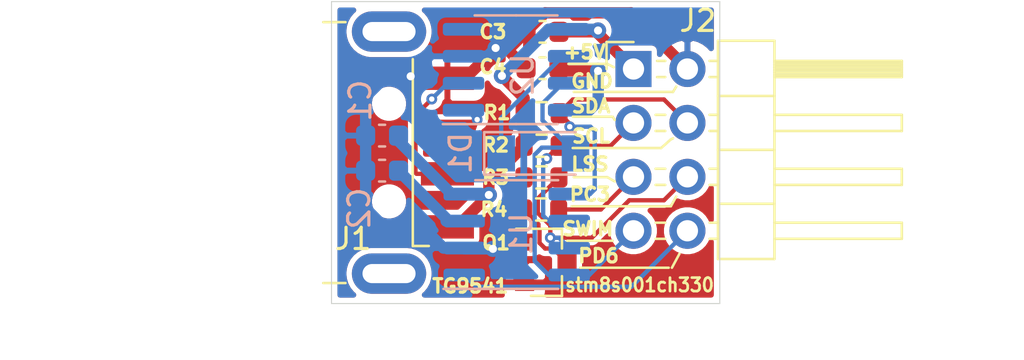
<source format=kicad_pcb>
(kicad_pcb (version 20171130) (host pcbnew 5.1.9-73d0e3b20d~88~ubuntu20.04.1)

  (general
    (thickness 1.6)
    (drawings 34)
    (tracks 138)
    (zones 0)
    (modules 14)
    (nets 18)
  )

  (page A4)
  (layers
    (0 F.Cu signal)
    (31 B.Cu signal)
    (32 B.Adhes user hide)
    (33 F.Adhes user hide)
    (34 B.Paste user hide)
    (35 F.Paste user hide)
    (36 B.SilkS user)
    (37 F.SilkS user)
    (38 B.Mask user hide)
    (39 F.Mask user hide)
    (40 Dwgs.User user)
    (41 Cmts.User user hide)
    (42 Eco1.User user hide)
    (43 Eco2.User user hide)
    (44 Edge.Cuts user)
    (45 Margin user hide)
    (46 B.CrtYd user hide)
    (47 F.CrtYd user)
    (48 B.Fab user hide)
    (49 F.Fab user hide)
  )

  (setup
    (last_trace_width 0.2032)
    (trace_clearance 0.1524)
    (zone_clearance 0.254)
    (zone_45_only no)
    (trace_min 0.1524)
    (via_size 0.508)
    (via_drill 0.254)
    (via_min_size 0.508)
    (via_min_drill 0.254)
    (uvia_size 0.3)
    (uvia_drill 0.1)
    (uvias_allowed no)
    (uvia_min_size 0.2)
    (uvia_min_drill 0.1)
    (edge_width 0.05)
    (segment_width 0.2)
    (pcb_text_width 0.3)
    (pcb_text_size 1.5 1.5)
    (mod_edge_width 0.12)
    (mod_text_size 1 1)
    (mod_text_width 0.15)
    (pad_size 1.524 1.524)
    (pad_drill 0.762)
    (pad_to_mask_clearance 0.051)
    (solder_mask_min_width 0.25)
    (aux_axis_origin 0 0)
    (grid_origin 117.71082 85.81522)
    (visible_elements FFFFFF7F)
    (pcbplotparams
      (layerselection 0x010fc_ffffffff)
      (usegerberextensions false)
      (usegerberattributes true)
      (usegerberadvancedattributes true)
      (creategerberjobfile true)
      (excludeedgelayer true)
      (linewidth 0.100000)
      (plotframeref false)
      (viasonmask false)
      (mode 1)
      (useauxorigin false)
      (hpglpennumber 1)
      (hpglpenspeed 20)
      (hpglpendiameter 15.000000)
      (psnegative false)
      (psa4output false)
      (plotreference true)
      (plotvalue true)
      (plotinvisibletext false)
      (padsonsilk false)
      (subtractmaskfromsilk false)
      (outputformat 1)
      (mirror false)
      (drillshape 1)
      (scaleselection 1)
      (outputdirectory ""))
  )

  (net 0 "")
  (net 1 GND)
  (net 2 +5V)
  (net 3 "Net-(C2-Pad1)")
  (net 4 "Net-(C4-Pad1)")
  (net 5 /SWIM)
  (net 6 "Net-(D1-Pad1)")
  (net 7 "Net-(J1-Pad3)")
  (net 8 "Net-(J1-Pad2)")
  (net 9 "Net-(J1-Pad5)")
  (net 10 "Net-(J2-Pad8)")
  (net 11 "Net-(Q1-Pad3)")
  (net 12 "Net-(Q1-Pad1)")
  (net 13 /SCL)
  (net 14 /SDA)
  (net 15 /PC345)
  (net 16 "Net-(U2-Pad4)")
  (net 17 /LS)

  (net_class Default "This is the default net class."
    (clearance 0.1524)
    (trace_width 0.2032)
    (via_dia 0.508)
    (via_drill 0.254)
    (uvia_dia 0.3)
    (uvia_drill 0.1)
    (add_net /LS)
    (add_net /PC345)
    (add_net /SCL)
    (add_net /SDA)
    (add_net /SWIM)
    (add_net "Net-(D1-Pad1)")
    (add_net "Net-(J1-Pad2)")
    (add_net "Net-(J1-Pad3)")
    (add_net "Net-(J1-Pad5)")
    (add_net "Net-(J2-Pad8)")
    (add_net "Net-(Q1-Pad1)")
    (add_net "Net-(Q1-Pad3)")
    (add_net "Net-(U2-Pad4)")
  )

  (net_class Power ""
    (clearance 0.1524)
    (trace_width 0.5334)
    (via_dia 0.762)
    (via_drill 0.381)
    (uvia_dia 0.3)
    (uvia_drill 0.1)
    (add_net +5V)
    (add_net GND)
    (add_net "Net-(C2-Pad1)")
    (add_net "Net-(C4-Pad1)")
  )

  (module Resistor_SMD:R_0603_1608Metric (layer F.Cu) (tedit 5F68FEEE) (tstamp 5FE747B2)
    (at 116.95634 87.4268)
    (descr "Resistor SMD 0603 (1608 Metric), square (rectangular) end terminal, IPC_7351 nominal, (Body size source: IPC-SM-782 page 72, https://www.pcb-3d.com/wordpress/wp-content/uploads/ipc-sm-782a_amendment_1_and_2.pdf), generated with kicad-footprint-generator")
    (tags resistor)
    (path /5FEBA9DB)
    (attr smd)
    (fp_text reference R1 (at -2.10302 -0.02408) (layer F.SilkS)
      (effects (font (size 0.635 0.635) (thickness 0.1524)))
    )
    (fp_text value 4k7 (at 0 1.43) (layer F.Fab)
      (effects (font (size 1 1) (thickness 0.15)))
    )
    (fp_line (start -0.8 0.4125) (end -0.8 -0.4125) (layer F.Fab) (width 0.1))
    (fp_line (start -0.8 -0.4125) (end 0.8 -0.4125) (layer F.Fab) (width 0.1))
    (fp_line (start 0.8 -0.4125) (end 0.8 0.4125) (layer F.Fab) (width 0.1))
    (fp_line (start 0.8 0.4125) (end -0.8 0.4125) (layer F.Fab) (width 0.1))
    (fp_line (start -0.237258 -0.5225) (end 0.237258 -0.5225) (layer F.SilkS) (width 0.12))
    (fp_line (start -0.237258 0.5225) (end 0.237258 0.5225) (layer F.SilkS) (width 0.12))
    (fp_line (start -1.48 0.73) (end -1.48 -0.73) (layer F.CrtYd) (width 0.05))
    (fp_line (start -1.48 -0.73) (end 1.48 -0.73) (layer F.CrtYd) (width 0.05))
    (fp_line (start 1.48 -0.73) (end 1.48 0.73) (layer F.CrtYd) (width 0.05))
    (fp_line (start 1.48 0.73) (end -1.48 0.73) (layer F.CrtYd) (width 0.05))
    (fp_text user %R (at 0 0) (layer F.Fab)
      (effects (font (size 0.4 0.4) (thickness 0.06)))
    )
    (pad 2 smd roundrect (at 0.825 0) (size 0.8 0.95) (layers F.Cu F.Paste F.Mask) (roundrect_rratio 0.25)
      (net 13 /SCL))
    (pad 1 smd roundrect (at -0.825 0) (size 0.8 0.95) (layers F.Cu F.Paste F.Mask) (roundrect_rratio 0.25)
      (net 2 +5V))
    (model ${KISYS3DMOD}/Resistor_SMD.3dshapes/R_0603_1608Metric.wrl
      (at (xyz 0 0 0))
      (scale (xyz 1 1 1))
      (rotate (xyz 0 0 0))
    )
  )

  (module Capacitor_SMD:C_0603_1608Metric (layer B.Cu) (tedit 5F68FEEE) (tstamp 5FE73E05)
    (at 109.44282 88.48222 180)
    (descr "Capacitor SMD 0603 (1608 Metric), square (rectangular) end terminal, IPC_7351 nominal, (Body size source: IPC-SM-782 page 76, https://www.pcb-3d.com/wordpress/wp-content/uploads/ipc-sm-782a_amendment_1_and_2.pdf), generated with kicad-footprint-generator")
    (tags capacitor)
    (path /5FE9E37D)
    (attr smd)
    (fp_text reference C1 (at 1.0284 1.651 90) (layer B.SilkS)
      (effects (font (size 1 1) (thickness 0.15)) (justify mirror))
    )
    (fp_text value 100n (at 0 -1.43) (layer B.Fab)
      (effects (font (size 1 1) (thickness 0.15)) (justify mirror))
    )
    (fp_line (start 1.48 -0.73) (end -1.48 -0.73) (layer B.CrtYd) (width 0.05))
    (fp_line (start 1.48 0.73) (end 1.48 -0.73) (layer B.CrtYd) (width 0.05))
    (fp_line (start -1.48 0.73) (end 1.48 0.73) (layer B.CrtYd) (width 0.05))
    (fp_line (start -1.48 -0.73) (end -1.48 0.73) (layer B.CrtYd) (width 0.05))
    (fp_line (start -0.14058 -0.51) (end 0.14058 -0.51) (layer B.SilkS) (width 0.12))
    (fp_line (start -0.14058 0.51) (end 0.14058 0.51) (layer B.SilkS) (width 0.12))
    (fp_line (start 0.8 -0.4) (end -0.8 -0.4) (layer B.Fab) (width 0.1))
    (fp_line (start 0.8 0.4) (end 0.8 -0.4) (layer B.Fab) (width 0.1))
    (fp_line (start -0.8 0.4) (end 0.8 0.4) (layer B.Fab) (width 0.1))
    (fp_line (start -0.8 -0.4) (end -0.8 0.4) (layer B.Fab) (width 0.1))
    (fp_text user %R (at 0 0) (layer B.Fab)
      (effects (font (size 0.4 0.4) (thickness 0.06)) (justify mirror))
    )
    (pad 1 smd roundrect (at -0.775 0 180) (size 0.9 0.95) (layers B.Cu B.Paste B.Mask) (roundrect_rratio 0.25)
      (net 2 +5V))
    (pad 2 smd roundrect (at 0.775 0 180) (size 0.9 0.95) (layers B.Cu B.Paste B.Mask) (roundrect_rratio 0.25)
      (net 1 GND))
    (model ${KISYS3DMOD}/Capacitor_SMD.3dshapes/C_0603_1608Metric.wrl
      (at (xyz 0 0 0))
      (scale (xyz 1 1 1))
      (rotate (xyz 0 0 0))
    )
  )

  (module Package_SO:SOIC-8_3.9x4.9mm_P1.27mm (layer B.Cu) (tedit 5D9F72B1) (tstamp 5FE6A215)
    (at 115.75438 85.37956)
    (descr "SOIC, 8 Pin (JEDEC MS-012AA, https://www.analog.com/media/en/package-pcb-resources/package/pkg_pdf/soic_narrow-r/r_8.pdf), generated with kicad-footprint-generator ipc_gullwing_generator.py")
    (tags "SOIC SO")
    (path /5FE60951)
    (attr smd)
    (fp_text reference U2 (at 0.30544 0.24516 270) (layer B.SilkS)
      (effects (font (size 1 1) (thickness 0.15)) (justify mirror))
    )
    (fp_text value CH330N (at 0 -3.4) (layer B.Fab)
      (effects (font (size 1 1) (thickness 0.15)) (justify mirror))
    )
    (fp_line (start 0 -2.56) (end 1.95 -2.56) (layer B.SilkS) (width 0.12))
    (fp_line (start 0 -2.56) (end -1.95 -2.56) (layer B.SilkS) (width 0.12))
    (fp_line (start 0 2.56) (end 1.95 2.56) (layer B.SilkS) (width 0.12))
    (fp_line (start 0 2.56) (end -3.45 2.56) (layer B.SilkS) (width 0.12))
    (fp_line (start -0.975 2.45) (end 1.95 2.45) (layer B.Fab) (width 0.1))
    (fp_line (start 1.95 2.45) (end 1.95 -2.45) (layer B.Fab) (width 0.1))
    (fp_line (start 1.95 -2.45) (end -1.95 -2.45) (layer B.Fab) (width 0.1))
    (fp_line (start -1.95 -2.45) (end -1.95 1.475) (layer B.Fab) (width 0.1))
    (fp_line (start -1.95 1.475) (end -0.975 2.45) (layer B.Fab) (width 0.1))
    (fp_line (start -3.7 2.7) (end -3.7 -2.7) (layer B.CrtYd) (width 0.05))
    (fp_line (start -3.7 -2.7) (end 3.7 -2.7) (layer B.CrtYd) (width 0.05))
    (fp_line (start 3.7 -2.7) (end 3.7 2.7) (layer B.CrtYd) (width 0.05))
    (fp_line (start 3.7 2.7) (end -3.7 2.7) (layer B.CrtYd) (width 0.05))
    (fp_text user %R (at 0 0) (layer B.Fab)
      (effects (font (size 0.98 0.98) (thickness 0.15)) (justify mirror))
    )
    (pad 8 smd roundrect (at 2.475 1.905) (size 1.95 0.6) (layers B.Cu B.Paste B.Mask) (roundrect_rratio 0.25)
      (net 4 "Net-(C4-Pad1)"))
    (pad 7 smd roundrect (at 2.475 0.635) (size 1.95 0.6) (layers B.Cu B.Paste B.Mask) (roundrect_rratio 0.25)
      (net 5 /SWIM))
    (pad 6 smd roundrect (at 2.475 -0.635) (size 1.95 0.6) (layers B.Cu B.Paste B.Mask) (roundrect_rratio 0.25)
      (net 6 "Net-(D1-Pad1)"))
    (pad 5 smd roundrect (at 2.475 -1.905) (size 1.95 0.6) (layers B.Cu B.Paste B.Mask) (roundrect_rratio 0.25)
      (net 2 +5V))
    (pad 4 smd roundrect (at -2.475 -1.905) (size 1.95 0.6) (layers B.Cu B.Paste B.Mask) (roundrect_rratio 0.25)
      (net 16 "Net-(U2-Pad4)"))
    (pad 3 smd roundrect (at -2.475 -0.635) (size 1.95 0.6) (layers B.Cu B.Paste B.Mask) (roundrect_rratio 0.25)
      (net 1 GND))
    (pad 2 smd roundrect (at -2.475 0.635) (size 1.95 0.6) (layers B.Cu B.Paste B.Mask) (roundrect_rratio 0.25)
      (net 8 "Net-(J1-Pad2)"))
    (pad 1 smd roundrect (at -2.475 1.905) (size 1.95 0.6) (layers B.Cu B.Paste B.Mask) (roundrect_rratio 0.25)
      (net 7 "Net-(J1-Pad3)"))
    (model ${KISYS3DMOD}/Package_SO.3dshapes/SOIC-8_3.9x4.9mm_P1.27mm.wrl
      (at (xyz 0 0 0))
      (scale (xyz 1 1 1))
      (rotate (xyz 0 0 0))
    )
  )

  (module Package_SO:SOIC-8_3.9x4.9mm_P1.27mm (layer B.Cu) (tedit 5D9F72B1) (tstamp 5FE6BC01)
    (at 115.78486 93.1418)
    (descr "SOIC, 8 Pin (JEDEC MS-012AA, https://www.analog.com/media/en/package-pcb-resources/package/pkg_pdf/soic_narrow-r/r_8.pdf), generated with kicad-footprint-generator ipc_gullwing_generator.py")
    (tags "SOIC SO")
    (path /5FE60068)
    (attr smd)
    (fp_text reference U1 (at 0.21146 -0.02408 90) (layer B.SilkS)
      (effects (font (size 1 1) (thickness 0.15)) (justify mirror))
    )
    (fp_text value STM8S001J3M (at 0 -3.4) (layer B.Fab)
      (effects (font (size 1 1) (thickness 0.15)) (justify mirror))
    )
    (fp_line (start 0 -2.56) (end 1.95 -2.56) (layer B.SilkS) (width 0.12))
    (fp_line (start 0 -2.56) (end -1.95 -2.56) (layer B.SilkS) (width 0.12))
    (fp_line (start 0 2.56) (end 1.95 2.56) (layer B.SilkS) (width 0.12))
    (fp_line (start 0 2.56) (end -3.45 2.56) (layer B.SilkS) (width 0.12))
    (fp_line (start -0.975 2.45) (end 1.95 2.45) (layer B.Fab) (width 0.1))
    (fp_line (start 1.95 2.45) (end 1.95 -2.45) (layer B.Fab) (width 0.1))
    (fp_line (start 1.95 -2.45) (end -1.95 -2.45) (layer B.Fab) (width 0.1))
    (fp_line (start -1.95 -2.45) (end -1.95 1.475) (layer B.Fab) (width 0.1))
    (fp_line (start -1.95 1.475) (end -0.975 2.45) (layer B.Fab) (width 0.1))
    (fp_line (start -3.7 2.7) (end -3.7 -2.7) (layer B.CrtYd) (width 0.05))
    (fp_line (start -3.7 -2.7) (end 3.7 -2.7) (layer B.CrtYd) (width 0.05))
    (fp_line (start 3.7 -2.7) (end 3.7 2.7) (layer B.CrtYd) (width 0.05))
    (fp_line (start 3.7 2.7) (end -3.7 2.7) (layer B.CrtYd) (width 0.05))
    (fp_text user %R (at 0 0) (layer B.Fab)
      (effects (font (size 0.98 0.98) (thickness 0.15)) (justify mirror))
    )
    (pad 8 smd roundrect (at 2.475 1.905) (size 1.95 0.6) (layers B.Cu B.Paste B.Mask) (roundrect_rratio 0.25)
      (net 5 /SWIM))
    (pad 7 smd roundrect (at 2.475 0.635) (size 1.95 0.6) (layers B.Cu B.Paste B.Mask) (roundrect_rratio 0.25)
      (net 15 /PC345))
    (pad 6 smd roundrect (at 2.475 -0.635) (size 1.95 0.6) (layers B.Cu B.Paste B.Mask) (roundrect_rratio 0.25)
      (net 14 /SDA))
    (pad 5 smd roundrect (at 2.475 -1.905) (size 1.95 0.6) (layers B.Cu B.Paste B.Mask) (roundrect_rratio 0.25)
      (net 13 /SCL))
    (pad 4 smd roundrect (at -2.475 -1.905) (size 1.95 0.6) (layers B.Cu B.Paste B.Mask) (roundrect_rratio 0.25)
      (net 2 +5V))
    (pad 3 smd roundrect (at -2.475 -0.635) (size 1.95 0.6) (layers B.Cu B.Paste B.Mask) (roundrect_rratio 0.25)
      (net 3 "Net-(C2-Pad1)"))
    (pad 2 smd roundrect (at -2.475 0.635) (size 1.95 0.6) (layers B.Cu B.Paste B.Mask) (roundrect_rratio 0.25)
      (net 1 GND))
    (pad 1 smd roundrect (at -2.475 1.905) (size 1.95 0.6) (layers B.Cu B.Paste B.Mask) (roundrect_rratio 0.25)
      (net 10 "Net-(J2-Pad8)"))
    (model ${KISYS3DMOD}/Package_SO.3dshapes/SOIC-8_3.9x4.9mm_P1.27mm.wrl
      (at (xyz 0 0 0))
      (scale (xyz 1 1 1))
      (rotate (xyz 0 0 0))
    )
  )

  (module Resistor_SMD:R_0603_1608Metric (layer F.Cu) (tedit 5F68FEEE) (tstamp 5FE72A35)
    (at 116.93662 91.96202)
    (descr "Resistor SMD 0603 (1608 Metric), square (rectangular) end terminal, IPC_7351 nominal, (Body size source: IPC-SM-782 page 72, https://www.pcb-3d.com/wordpress/wp-content/uploads/ipc-sm-782a_amendment_1_and_2.pdf), generated with kicad-footprint-generator")
    (tags resistor)
    (path /5FF17B2B)
    (attr smd)
    (fp_text reference R4 (at -2.223 0) (layer F.SilkS)
      (effects (font (size 0.635 0.635) (thickness 0.1524)))
    )
    (fp_text value 47 (at 0 1.43) (layer F.Fab)
      (effects (font (size 1 1) (thickness 0.15)))
    )
    (fp_line (start -0.8 0.4125) (end -0.8 -0.4125) (layer F.Fab) (width 0.1))
    (fp_line (start -0.8 -0.4125) (end 0.8 -0.4125) (layer F.Fab) (width 0.1))
    (fp_line (start 0.8 -0.4125) (end 0.8 0.4125) (layer F.Fab) (width 0.1))
    (fp_line (start 0.8 0.4125) (end -0.8 0.4125) (layer F.Fab) (width 0.1))
    (fp_line (start -0.237258 -0.5225) (end 0.237258 -0.5225) (layer F.SilkS) (width 0.12))
    (fp_line (start -0.237258 0.5225) (end 0.237258 0.5225) (layer F.SilkS) (width 0.12))
    (fp_line (start -1.48 0.73) (end -1.48 -0.73) (layer F.CrtYd) (width 0.05))
    (fp_line (start -1.48 -0.73) (end 1.48 -0.73) (layer F.CrtYd) (width 0.05))
    (fp_line (start 1.48 -0.73) (end 1.48 0.73) (layer F.CrtYd) (width 0.05))
    (fp_line (start 1.48 0.73) (end -1.48 0.73) (layer F.CrtYd) (width 0.05))
    (fp_text user %R (at 0 0) (layer F.Fab)
      (effects (font (size 0.4 0.4) (thickness 0.06)))
    )
    (pad 2 smd roundrect (at 0.825 0) (size 0.8 0.95) (layers F.Cu F.Paste F.Mask) (roundrect_rratio 0.25)
      (net 17 /LS))
    (pad 1 smd roundrect (at -0.825 0) (size 0.8 0.95) (layers F.Cu F.Paste F.Mask) (roundrect_rratio 0.25)
      (net 11 "Net-(Q1-Pad3)"))
    (model ${KISYS3DMOD}/Resistor_SMD.3dshapes/R_0603_1608Metric.wrl
      (at (xyz 0 0 0))
      (scale (xyz 1 1 1))
      (rotate (xyz 0 0 0))
    )
  )

  (module Resistor_SMD:R_0603_1608Metric (layer F.Cu) (tedit 5F68FEEE) (tstamp 5FE6A1D0)
    (at 116.94932 90.45072)
    (descr "Resistor SMD 0603 (1608 Metric), square (rectangular) end terminal, IPC_7351 nominal, (Body size source: IPC-SM-782 page 72, https://www.pcb-3d.com/wordpress/wp-content/uploads/ipc-sm-782a_amendment_1_and_2.pdf), generated with kicad-footprint-generator")
    (tags resistor)
    (path /5FEE40D4)
    (attr smd)
    (fp_text reference R3 (at -2.1595 0) (layer F.SilkS)
      (effects (font (size 0.635 0.635) (thickness 0.1524)))
    )
    (fp_text value 4k7 (at 0 1.43) (layer F.Fab)
      (effects (font (size 1 1) (thickness 0.15)))
    )
    (fp_line (start -0.8 0.4125) (end -0.8 -0.4125) (layer F.Fab) (width 0.1))
    (fp_line (start -0.8 -0.4125) (end 0.8 -0.4125) (layer F.Fab) (width 0.1))
    (fp_line (start 0.8 -0.4125) (end 0.8 0.4125) (layer F.Fab) (width 0.1))
    (fp_line (start 0.8 0.4125) (end -0.8 0.4125) (layer F.Fab) (width 0.1))
    (fp_line (start -0.237258 -0.5225) (end 0.237258 -0.5225) (layer F.SilkS) (width 0.12))
    (fp_line (start -0.237258 0.5225) (end 0.237258 0.5225) (layer F.SilkS) (width 0.12))
    (fp_line (start -1.48 0.73) (end -1.48 -0.73) (layer F.CrtYd) (width 0.05))
    (fp_line (start -1.48 -0.73) (end 1.48 -0.73) (layer F.CrtYd) (width 0.05))
    (fp_line (start 1.48 -0.73) (end 1.48 0.73) (layer F.CrtYd) (width 0.05))
    (fp_line (start 1.48 0.73) (end -1.48 0.73) (layer F.CrtYd) (width 0.05))
    (fp_text user %R (at 0 0) (layer F.Fab)
      (effects (font (size 0.4 0.4) (thickness 0.06)))
    )
    (pad 2 smd roundrect (at 0.825 0) (size 0.8 0.95) (layers F.Cu F.Paste F.Mask) (roundrect_rratio 0.25)
      (net 15 /PC345))
    (pad 1 smd roundrect (at -0.825 0) (size 0.8 0.95) (layers F.Cu F.Paste F.Mask) (roundrect_rratio 0.25)
      (net 12 "Net-(Q1-Pad1)"))
    (model ${KISYS3DMOD}/Resistor_SMD.3dshapes/R_0603_1608Metric.wrl
      (at (xyz 0 0 0))
      (scale (xyz 1 1 1))
      (rotate (xyz 0 0 0))
    )
  )

  (module Resistor_SMD:R_0603_1608Metric (layer F.Cu) (tedit 5F68FEEE) (tstamp 5FE6A1BF)
    (at 116.95734 88.96096)
    (descr "Resistor SMD 0603 (1608 Metric), square (rectangular) end terminal, IPC_7351 nominal, (Body size source: IPC-SM-782 page 72, https://www.pcb-3d.com/wordpress/wp-content/uploads/ipc-sm-782a_amendment_1_and_2.pdf), generated with kicad-footprint-generator")
    (tags resistor)
    (path /5FEBF168)
    (attr smd)
    (fp_text reference R2 (at -2.16752 -0.03424 180) (layer F.SilkS)
      (effects (font (size 0.635 0.635) (thickness 0.1524)))
    )
    (fp_text value 4k7 (at 0 1.43 180) (layer F.Fab)
      (effects (font (size 1 1) (thickness 0.15)))
    )
    (fp_line (start -0.8 0.4125) (end -0.8 -0.4125) (layer F.Fab) (width 0.1))
    (fp_line (start -0.8 -0.4125) (end 0.8 -0.4125) (layer F.Fab) (width 0.1))
    (fp_line (start 0.8 -0.4125) (end 0.8 0.4125) (layer F.Fab) (width 0.1))
    (fp_line (start 0.8 0.4125) (end -0.8 0.4125) (layer F.Fab) (width 0.1))
    (fp_line (start -0.237258 -0.5225) (end 0.237258 -0.5225) (layer F.SilkS) (width 0.12))
    (fp_line (start -0.237258 0.5225) (end 0.237258 0.5225) (layer F.SilkS) (width 0.12))
    (fp_line (start -1.48 0.73) (end -1.48 -0.73) (layer F.CrtYd) (width 0.05))
    (fp_line (start -1.48 -0.73) (end 1.48 -0.73) (layer F.CrtYd) (width 0.05))
    (fp_line (start 1.48 -0.73) (end 1.48 0.73) (layer F.CrtYd) (width 0.05))
    (fp_line (start 1.48 0.73) (end -1.48 0.73) (layer F.CrtYd) (width 0.05))
    (fp_text user %R (at 0 0 180) (layer F.Fab)
      (effects (font (size 0.4 0.4) (thickness 0.06)))
    )
    (pad 2 smd roundrect (at 0.825 0) (size 0.8 0.95) (layers F.Cu F.Paste F.Mask) (roundrect_rratio 0.25)
      (net 14 /SDA))
    (pad 1 smd roundrect (at -0.825 0) (size 0.8 0.95) (layers F.Cu F.Paste F.Mask) (roundrect_rratio 0.25)
      (net 2 +5V))
    (model ${KISYS3DMOD}/Resistor_SMD.3dshapes/R_0603_1608Metric.wrl
      (at (xyz 0 0 0))
      (scale (xyz 1 1 1))
      (rotate (xyz 0 0 0))
    )
  )

  (module Connector_USB:USB_A_CNCTech_1001-011-01101_Horizontal (layer F.Cu) (tedit 5E754393) (tstamp 5FE6D066)
    (at 102.87 89.281 180)
    (descr "USB type A Plug, Horizontal, http://cnctech.us/pdfs/1001-011-01101.pdf")
    (tags USB-A)
    (path /5FE6B6A4)
    (attr smd)
    (fp_text reference J1 (at -5.207 -4.064) (layer F.SilkS)
      (effects (font (size 1 1) (thickness 0.15)))
    )
    (fp_text value USB_A (at 0 8 180) (layer F.Fab)
      (effects (font (size 1 1) (thickness 0.15)))
    )
    (fp_line (start -7.9 6.025) (end -7.9 -6.025) (layer F.Fab) (width 0.1))
    (fp_line (start -7.9 -6.025) (end 10.9 -6.025) (layer F.Fab) (width 0.1))
    (fp_line (start -7.9 6.025) (end 10.9 6.025) (layer F.Fab) (width 0.1))
    (fp_line (start 10.9 6.025) (end 10.9 -6.025) (layer F.Fab) (width 0.1))
    (fp_line (start -10.4 3.75) (end -10.4 3.25) (layer F.Fab) (width 0.1))
    (fp_line (start -10.4 3.25) (end -7.9 3.25) (layer F.Fab) (width 0.1))
    (fp_line (start -10.4 3.75) (end -7.9 3.75) (layer F.Fab) (width 0.1))
    (fp_line (start -10.4 0.75) (end -7.9 0.75) (layer F.Fab) (width 0.1))
    (fp_line (start -10.4 1.25) (end -10.4 0.75) (layer F.Fab) (width 0.1))
    (fp_line (start -10.4 1.25) (end -7.9 1.25) (layer F.Fab) (width 0.1))
    (fp_line (start -10.4 -0.75) (end -10.4 -1.25) (layer F.Fab) (width 0.1))
    (fp_line (start -10.4 -0.75) (end -7.9 -0.75) (layer F.Fab) (width 0.1))
    (fp_line (start -10.4 -1.25) (end -7.9 -1.25) (layer F.Fab) (width 0.1))
    (fp_line (start -10.4 -3.75) (end -7.9 -3.75) (layer F.Fab) (width 0.1))
    (fp_line (start -10.4 -3.25) (end -10.4 -3.75) (layer F.Fab) (width 0.1))
    (fp_line (start -10.4 -3.25) (end -7.9 -3.25) (layer F.Fab) (width 0.1))
    (fp_circle (center -6.9 -2.3) (end -6.9 -2.8) (layer F.Fab) (width 0.1))
    (fp_circle (center -6.9 2.3) (end -6.9 2.8) (layer F.Fab) (width 0.1))
    (fp_line (start -8.02 -4.4) (end -8.02 4.4) (layer F.SilkS) (width 0.12))
    (fp_line (start -3.8 6.025) (end -3.8 -6.025) (layer Dwgs.User) (width 0.1))
    (fp_line (start -4.85 -6.145) (end -3.8 -6.145) (layer F.SilkS) (width 0.12))
    (fp_line (start -4.85 6.145) (end -3.8 6.145) (layer F.SilkS) (width 0.12))
    (fp_line (start -11.4 4.55) (end -11.4 -4.55) (layer F.CrtYd) (width 0.05))
    (fp_line (start -11.4 -4.55) (end -9.15 -4.55) (layer F.CrtYd) (width 0.05))
    (fp_line (start -9.15 -7.15) (end -9.15 -4.55) (layer F.CrtYd) (width 0.05))
    (fp_line (start -9.15 -7.15) (end -4.65 -7.15) (layer F.CrtYd) (width 0.05))
    (fp_line (start -4.65 -6.52) (end -4.65 -7.15) (layer F.CrtYd) (width 0.05))
    (fp_line (start -4.65 -6.52) (end 11.4 -6.52) (layer F.CrtYd) (width 0.05))
    (fp_line (start 11.4 6.52) (end 11.4 -6.52) (layer F.CrtYd) (width 0.05))
    (fp_line (start -4.65 6.52) (end 11.4 6.52) (layer F.CrtYd) (width 0.05))
    (fp_line (start -4.65 7.15) (end -4.65 6.52) (layer F.CrtYd) (width 0.05))
    (fp_line (start -9.15 7.15) (end -4.65 7.15) (layer F.CrtYd) (width 0.05))
    (fp_line (start -9.15 4.55) (end -9.15 7.15) (layer F.CrtYd) (width 0.05))
    (fp_line (start -11.4 4.55) (end -9.15 4.55) (layer F.CrtYd) (width 0.05))
    (fp_line (start -8.02 -4.4) (end -8.775 -4.4) (layer F.SilkS) (width 0.12))
    (fp_line (start -7.75 -3.5) (end -7.25 -3) (layer F.Fab) (width 0.1))
    (fp_line (start -7.75 -3.5) (end -7.25 -4) (layer F.Fab) (width 0.1))
    (fp_line (start -7.25 -4) (end -7.25 -3.05) (layer F.Fab) (width 0.1))
    (fp_text user %R (at -6 0 90) (layer F.Fab)
      (effects (font (size 1 1) (thickness 0.15)))
    )
    (fp_text user "PCB Edge" (at -4.55 -0.05 90) (layer Dwgs.User)
      (effects (font (size 0.6 0.6) (thickness 0.09)))
    )
    (pad "" np_thru_hole circle (at -6.9 2.3 180) (size 1.1 1.1) (drill 1.1) (layers *.Cu *.Mask))
    (pad "" np_thru_hole circle (at -6.9 -2.3 180) (size 1.1 1.1) (drill 1.1) (layers *.Cu *.Mask))
    (pad 5 thru_hole oval (at -6.9 5.7 180) (size 3.5 1.9) (drill oval 2.5 0.9) (layers *.Cu *.Mask)
      (net 9 "Net-(J1-Pad5)"))
    (pad 5 thru_hole oval (at -6.9 -5.7 180) (size 3.5 1.9) (drill oval 2.5 0.9) (layers *.Cu *.Mask)
      (net 9 "Net-(J1-Pad5)"))
    (pad 4 smd rect (at -9.65 3.5 180) (size 2.5 1.1) (layers F.Cu F.Paste F.Mask)
      (net 1 GND))
    (pad 1 smd rect (at -9.65 -3.5 180) (size 2.5 1.1) (layers F.Cu F.Paste F.Mask)
      (net 2 +5V))
    (pad 3 smd rect (at -9.65 1 180) (size 2.5 1.1) (layers F.Cu F.Paste F.Mask)
      (net 7 "Net-(J1-Pad3)"))
    (pad 2 smd rect (at -9.65 -1 180) (size 2.5 1.1) (layers F.Cu F.Paste F.Mask)
      (net 8 "Net-(J1-Pad2)"))
    (model ${KISYS3DMOD}/Connector_USB.3dshapes/USB_A_CNCTech_1001-011-01101_Horizontal.wrl
      (at (xyz 0 0 0))
      (scale (xyz 1 1 1))
      (rotate (xyz 0 0 0))
    )
  )

  (module Package_TO_SOT_SMD:SOT-23 (layer F.Cu) (tedit 5A02FF57) (tstamp 5FE6A19D)
    (at 117.15532 94.45122)
    (descr "SOT-23, Standard")
    (tags SOT-23)
    (path /5FE8109F)
    (attr smd)
    (fp_text reference Q1 (at -2.3401 -0.9144) (layer F.SilkS)
      (effects (font (size 0.635 0.635) (thickness 0.1524)))
    )
    (fp_text value MMBT3904 (at 0 2.5) (layer F.Fab)
      (effects (font (size 1 1) (thickness 0.15)))
    )
    (fp_line (start 0.76 1.58) (end -0.7 1.58) (layer F.SilkS) (width 0.12))
    (fp_line (start 0.76 -1.58) (end -1.4 -1.58) (layer F.SilkS) (width 0.12))
    (fp_line (start -1.7 1.75) (end -1.7 -1.75) (layer F.CrtYd) (width 0.05))
    (fp_line (start 1.7 1.75) (end -1.7 1.75) (layer F.CrtYd) (width 0.05))
    (fp_line (start 1.7 -1.75) (end 1.7 1.75) (layer F.CrtYd) (width 0.05))
    (fp_line (start -1.7 -1.75) (end 1.7 -1.75) (layer F.CrtYd) (width 0.05))
    (fp_line (start 0.76 -1.58) (end 0.76 -0.65) (layer F.SilkS) (width 0.12))
    (fp_line (start 0.76 1.58) (end 0.76 0.65) (layer F.SilkS) (width 0.12))
    (fp_line (start -0.7 1.52) (end 0.7 1.52) (layer F.Fab) (width 0.1))
    (fp_line (start 0.7 -1.52) (end 0.7 1.52) (layer F.Fab) (width 0.1))
    (fp_line (start -0.7 -0.95) (end -0.15 -1.52) (layer F.Fab) (width 0.1))
    (fp_line (start -0.15 -1.52) (end 0.7 -1.52) (layer F.Fab) (width 0.1))
    (fp_line (start -0.7 -0.95) (end -0.7 1.5) (layer F.Fab) (width 0.1))
    (fp_text user %R (at 0 0 90) (layer F.Fab)
      (effects (font (size 0.5 0.5) (thickness 0.075)))
    )
    (pad 1 smd rect (at -1 -0.95) (size 0.9 0.8) (layers F.Cu F.Paste F.Mask)
      (net 12 "Net-(Q1-Pad1)"))
    (pad 2 smd rect (at -1 0.95) (size 0.9 0.8) (layers F.Cu F.Paste F.Mask)
      (net 1 GND))
    (pad 3 smd rect (at 1 0) (size 0.9 0.8) (layers F.Cu F.Paste F.Mask)
      (net 11 "Net-(Q1-Pad3)"))
    (model ${KISYS3DMOD}/Package_TO_SOT_SMD.3dshapes/SOT-23.wrl
      (at (xyz 0 0 0))
      (scale (xyz 1 1 1))
      (rotate (xyz 0 0 0))
    )
  )

  (module Connector_PinHeader_2.54mm:PinHeader_2x04_P2.54mm_Horizontal (layer F.Cu) (tedit 59FED5CB) (tstamp 5FE6A188)
    (at 121.285 85.344)
    (descr "Through hole angled pin header, 2x04, 2.54mm pitch, 6mm pin length, double rows")
    (tags "Through hole angled pin header THT 2x04 2.54mm double row")
    (path /5FE65939)
    (fp_text reference J2 (at 3.02982 -2.27198) (layer F.SilkS)
      (effects (font (size 1 1) (thickness 0.15)))
    )
    (fp_text value Conn_02x04_Odd_Even (at 5.655 9.89) (layer F.Fab)
      (effects (font (size 1 1) (thickness 0.15)))
    )
    (fp_line (start 4.675 -1.27) (end 6.58 -1.27) (layer F.Fab) (width 0.1))
    (fp_line (start 6.58 -1.27) (end 6.58 8.89) (layer F.Fab) (width 0.1))
    (fp_line (start 6.58 8.89) (end 4.04 8.89) (layer F.Fab) (width 0.1))
    (fp_line (start 4.04 8.89) (end 4.04 -0.635) (layer F.Fab) (width 0.1))
    (fp_line (start 4.04 -0.635) (end 4.675 -1.27) (layer F.Fab) (width 0.1))
    (fp_line (start -0.32 -0.32) (end 4.04 -0.32) (layer F.Fab) (width 0.1))
    (fp_line (start -0.32 -0.32) (end -0.32 0.32) (layer F.Fab) (width 0.1))
    (fp_line (start -0.32 0.32) (end 4.04 0.32) (layer F.Fab) (width 0.1))
    (fp_line (start 6.58 -0.32) (end 12.58 -0.32) (layer F.Fab) (width 0.1))
    (fp_line (start 12.58 -0.32) (end 12.58 0.32) (layer F.Fab) (width 0.1))
    (fp_line (start 6.58 0.32) (end 12.58 0.32) (layer F.Fab) (width 0.1))
    (fp_line (start -0.32 2.22) (end 4.04 2.22) (layer F.Fab) (width 0.1))
    (fp_line (start -0.32 2.22) (end -0.32 2.86) (layer F.Fab) (width 0.1))
    (fp_line (start -0.32 2.86) (end 4.04 2.86) (layer F.Fab) (width 0.1))
    (fp_line (start 6.58 2.22) (end 12.58 2.22) (layer F.Fab) (width 0.1))
    (fp_line (start 12.58 2.22) (end 12.58 2.86) (layer F.Fab) (width 0.1))
    (fp_line (start 6.58 2.86) (end 12.58 2.86) (layer F.Fab) (width 0.1))
    (fp_line (start -0.32 4.76) (end 4.04 4.76) (layer F.Fab) (width 0.1))
    (fp_line (start -0.32 4.76) (end -0.32 5.4) (layer F.Fab) (width 0.1))
    (fp_line (start -0.32 5.4) (end 4.04 5.4) (layer F.Fab) (width 0.1))
    (fp_line (start 6.58 4.76) (end 12.58 4.76) (layer F.Fab) (width 0.1))
    (fp_line (start 12.58 4.76) (end 12.58 5.4) (layer F.Fab) (width 0.1))
    (fp_line (start 6.58 5.4) (end 12.58 5.4) (layer F.Fab) (width 0.1))
    (fp_line (start -0.32 7.3) (end 4.04 7.3) (layer F.Fab) (width 0.1))
    (fp_line (start -0.32 7.3) (end -0.32 7.94) (layer F.Fab) (width 0.1))
    (fp_line (start -0.32 7.94) (end 4.04 7.94) (layer F.Fab) (width 0.1))
    (fp_line (start 6.58 7.3) (end 12.58 7.3) (layer F.Fab) (width 0.1))
    (fp_line (start 12.58 7.3) (end 12.58 7.94) (layer F.Fab) (width 0.1))
    (fp_line (start 6.58 7.94) (end 12.58 7.94) (layer F.Fab) (width 0.1))
    (fp_line (start 3.98 -1.33) (end 3.98 8.95) (layer F.SilkS) (width 0.12))
    (fp_line (start 3.98 8.95) (end 6.64 8.95) (layer F.SilkS) (width 0.12))
    (fp_line (start 6.64 8.95) (end 6.64 -1.33) (layer F.SilkS) (width 0.12))
    (fp_line (start 6.64 -1.33) (end 3.98 -1.33) (layer F.SilkS) (width 0.12))
    (fp_line (start 6.64 -0.38) (end 12.64 -0.38) (layer F.SilkS) (width 0.12))
    (fp_line (start 12.64 -0.38) (end 12.64 0.38) (layer F.SilkS) (width 0.12))
    (fp_line (start 12.64 0.38) (end 6.64 0.38) (layer F.SilkS) (width 0.12))
    (fp_line (start 6.64 -0.32) (end 12.64 -0.32) (layer F.SilkS) (width 0.12))
    (fp_line (start 6.64 -0.2) (end 12.64 -0.2) (layer F.SilkS) (width 0.12))
    (fp_line (start 6.64 -0.08) (end 12.64 -0.08) (layer F.SilkS) (width 0.12))
    (fp_line (start 6.64 0.04) (end 12.64 0.04) (layer F.SilkS) (width 0.12))
    (fp_line (start 6.64 0.16) (end 12.64 0.16) (layer F.SilkS) (width 0.12))
    (fp_line (start 6.64 0.28) (end 12.64 0.28) (layer F.SilkS) (width 0.12))
    (fp_line (start 3.582929 -0.38) (end 3.98 -0.38) (layer F.SilkS) (width 0.12))
    (fp_line (start 3.582929 0.38) (end 3.98 0.38) (layer F.SilkS) (width 0.12))
    (fp_line (start 1.11 -0.38) (end 1.497071 -0.38) (layer F.SilkS) (width 0.12))
    (fp_line (start 1.11 0.38) (end 1.497071 0.38) (layer F.SilkS) (width 0.12))
    (fp_line (start 3.98 1.27) (end 6.64 1.27) (layer F.SilkS) (width 0.12))
    (fp_line (start 6.64 2.16) (end 12.64 2.16) (layer F.SilkS) (width 0.12))
    (fp_line (start 12.64 2.16) (end 12.64 2.92) (layer F.SilkS) (width 0.12))
    (fp_line (start 12.64 2.92) (end 6.64 2.92) (layer F.SilkS) (width 0.12))
    (fp_line (start 3.582929 2.16) (end 3.98 2.16) (layer F.SilkS) (width 0.12))
    (fp_line (start 3.582929 2.92) (end 3.98 2.92) (layer F.SilkS) (width 0.12))
    (fp_line (start 1.042929 2.16) (end 1.497071 2.16) (layer F.SilkS) (width 0.12))
    (fp_line (start 1.042929 2.92) (end 1.497071 2.92) (layer F.SilkS) (width 0.12))
    (fp_line (start 3.98 3.81) (end 6.64 3.81) (layer F.SilkS) (width 0.12))
    (fp_line (start 6.64 4.7) (end 12.64 4.7) (layer F.SilkS) (width 0.12))
    (fp_line (start 12.64 4.7) (end 12.64 5.46) (layer F.SilkS) (width 0.12))
    (fp_line (start 12.64 5.46) (end 6.64 5.46) (layer F.SilkS) (width 0.12))
    (fp_line (start 3.582929 4.7) (end 3.98 4.7) (layer F.SilkS) (width 0.12))
    (fp_line (start 3.582929 5.46) (end 3.98 5.46) (layer F.SilkS) (width 0.12))
    (fp_line (start 1.042929 4.7) (end 1.497071 4.7) (layer F.SilkS) (width 0.12))
    (fp_line (start 1.042929 5.46) (end 1.497071 5.46) (layer F.SilkS) (width 0.12))
    (fp_line (start 3.98 6.35) (end 6.64 6.35) (layer F.SilkS) (width 0.12))
    (fp_line (start 6.64 7.24) (end 12.64 7.24) (layer F.SilkS) (width 0.12))
    (fp_line (start 12.64 7.24) (end 12.64 8) (layer F.SilkS) (width 0.12))
    (fp_line (start 12.64 8) (end 6.64 8) (layer F.SilkS) (width 0.12))
    (fp_line (start 3.582929 7.24) (end 3.98 7.24) (layer F.SilkS) (width 0.12))
    (fp_line (start 3.582929 8) (end 3.98 8) (layer F.SilkS) (width 0.12))
    (fp_line (start 1.042929 7.24) (end 1.497071 7.24) (layer F.SilkS) (width 0.12))
    (fp_line (start 1.042929 8) (end 1.497071 8) (layer F.SilkS) (width 0.12))
    (fp_line (start -1.27 0) (end -1.27 -1.27) (layer F.SilkS) (width 0.12))
    (fp_line (start -1.27 -1.27) (end 0 -1.27) (layer F.SilkS) (width 0.12))
    (fp_line (start -1.8 -1.8) (end -1.8 9.4) (layer F.CrtYd) (width 0.05))
    (fp_line (start -1.8 9.4) (end 13.1 9.4) (layer F.CrtYd) (width 0.05))
    (fp_line (start 13.1 9.4) (end 13.1 -1.8) (layer F.CrtYd) (width 0.05))
    (fp_line (start 13.1 -1.8) (end -1.8 -1.8) (layer F.CrtYd) (width 0.05))
    (fp_text user %R (at 5.31 3.81 90) (layer F.Fab)
      (effects (font (size 1 1) (thickness 0.15)))
    )
    (pad 8 thru_hole oval (at 2.54 7.62) (size 1.7 1.7) (drill 1) (layers *.Cu *.Mask)
      (net 10 "Net-(J2-Pad8)"))
    (pad 7 thru_hole oval (at 0 7.62) (size 1.7 1.7) (drill 1) (layers *.Cu *.Mask)
      (net 5 /SWIM))
    (pad 6 thru_hole oval (at 2.54 5.08) (size 1.7 1.7) (drill 1) (layers *.Cu *.Mask)
      (net 15 /PC345))
    (pad 5 thru_hole oval (at 0 5.08) (size 1.7 1.7) (drill 1) (layers *.Cu *.Mask)
      (net 17 /LS))
    (pad 4 thru_hole oval (at 2.54 2.54) (size 1.7 1.7) (drill 1) (layers *.Cu *.Mask)
      (net 13 /SCL))
    (pad 3 thru_hole oval (at 0 2.54) (size 1.7 1.7) (drill 1) (layers *.Cu *.Mask)
      (net 14 /SDA))
    (pad 2 thru_hole oval (at 2.54 0) (size 1.7 1.7) (drill 1) (layers *.Cu *.Mask)
      (net 1 GND))
    (pad 1 thru_hole rect (at 0 0) (size 1.7 1.7) (drill 1) (layers *.Cu *.Mask)
      (net 2 +5V))
    (model ${KISYS3DMOD}/Connector_PinHeader_2.54mm.3dshapes/PinHeader_2x04_P2.54mm_Horizontal.wrl
      (at (xyz 0 0 0))
      (scale (xyz 1 1 1))
      (rotate (xyz 0 0 0))
    )
  )

  (module Diode_SMD:D_MiniMELF (layer B.Cu) (tedit 5905D8F5) (tstamp 5FE6A112)
    (at 116.8045 89.3191)
    (descr "Diode Mini-MELF (SOD-80)")
    (tags "Diode Mini-MELF (SOD-80)")
    (path /5FEC9621)
    (attr smd)
    (fp_text reference D1 (at -3.66568 -0.01138 90) (layer B.SilkS)
      (effects (font (size 1 1) (thickness 0.15)) (justify mirror))
    )
    (fp_text value 1N4148 (at 0 -1.75) (layer B.Fab)
      (effects (font (size 1 1) (thickness 0.15)) (justify mirror))
    )
    (fp_line (start 1.75 1) (end -2.55 1) (layer B.SilkS) (width 0.12))
    (fp_line (start -2.55 1) (end -2.55 -1) (layer B.SilkS) (width 0.12))
    (fp_line (start -2.55 -1) (end 1.75 -1) (layer B.SilkS) (width 0.12))
    (fp_line (start 1.65 0.8) (end 1.65 -0.8) (layer B.Fab) (width 0.1))
    (fp_line (start 1.65 -0.8) (end -1.65 -0.8) (layer B.Fab) (width 0.1))
    (fp_line (start -1.65 -0.8) (end -1.65 0.8) (layer B.Fab) (width 0.1))
    (fp_line (start -1.65 0.8) (end 1.65 0.8) (layer B.Fab) (width 0.1))
    (fp_line (start 0.25 0) (end 0.75 0) (layer B.Fab) (width 0.1))
    (fp_line (start 0.25 -0.4) (end -0.35 0) (layer B.Fab) (width 0.1))
    (fp_line (start 0.25 0.4) (end 0.25 -0.4) (layer B.Fab) (width 0.1))
    (fp_line (start -0.35 0) (end 0.25 0.4) (layer B.Fab) (width 0.1))
    (fp_line (start -0.35 0) (end -0.35 -0.55) (layer B.Fab) (width 0.1))
    (fp_line (start -0.35 0) (end -0.35 0.55) (layer B.Fab) (width 0.1))
    (fp_line (start -0.75 0) (end -0.35 0) (layer B.Fab) (width 0.1))
    (fp_line (start -2.65 1.1) (end 2.65 1.1) (layer B.CrtYd) (width 0.05))
    (fp_line (start 2.65 1.1) (end 2.65 -1.1) (layer B.CrtYd) (width 0.05))
    (fp_line (start 2.65 -1.1) (end -2.65 -1.1) (layer B.CrtYd) (width 0.05))
    (fp_line (start -2.65 -1.1) (end -2.65 1.1) (layer B.CrtYd) (width 0.05))
    (fp_text user %R (at 0 2) (layer B.Fab)
      (effects (font (size 1 1) (thickness 0.15)) (justify mirror))
    )
    (pad 2 smd rect (at 1.75 0) (size 1.3 1.7) (layers B.Cu B.Paste B.Mask)
      (net 5 /SWIM))
    (pad 1 smd rect (at -1.75 0) (size 1.3 1.7) (layers B.Cu B.Paste B.Mask)
      (net 6 "Net-(D1-Pad1)"))
    (model ${KISYS3DMOD}/Diode_SMD.3dshapes/D_MiniMELF.wrl
      (at (xyz 0 0 0))
      (scale (xyz 1 1 1))
      (rotate (xyz 0 0 0))
    )
  )

  (module Capacitor_SMD:C_0603_1608Metric (layer F.Cu) (tedit 5F68FEEE) (tstamp 5FE72B09)
    (at 116.99932 85.30722 180)
    (descr "Capacitor SMD 0603 (1608 Metric), square (rectangular) end terminal, IPC_7351 nominal, (Body size source: IPC-SM-782 page 76, https://www.pcb-3d.com/wordpress/wp-content/uploads/ipc-sm-782a_amendment_1_and_2.pdf), generated with kicad-footprint-generator")
    (tags capacitor)
    (path /5FE94D86)
    (attr smd)
    (fp_text reference C4 (at 2.3365 0.0635 180) (layer F.SilkS)
      (effects (font (size 0.635 0.635) (thickness 0.1524)))
    )
    (fp_text value 10n (at 0 1.43 180) (layer F.Fab)
      (effects (font (size 1 1) (thickness 0.15)))
    )
    (fp_line (start 1.48 0.73) (end -1.48 0.73) (layer F.CrtYd) (width 0.05))
    (fp_line (start 1.48 -0.73) (end 1.48 0.73) (layer F.CrtYd) (width 0.05))
    (fp_line (start -1.48 -0.73) (end 1.48 -0.73) (layer F.CrtYd) (width 0.05))
    (fp_line (start -1.48 0.73) (end -1.48 -0.73) (layer F.CrtYd) (width 0.05))
    (fp_line (start -0.14058 0.51) (end 0.14058 0.51) (layer F.SilkS) (width 0.12))
    (fp_line (start -0.14058 -0.51) (end 0.14058 -0.51) (layer F.SilkS) (width 0.12))
    (fp_line (start 0.8 0.4) (end -0.8 0.4) (layer F.Fab) (width 0.1))
    (fp_line (start 0.8 -0.4) (end 0.8 0.4) (layer F.Fab) (width 0.1))
    (fp_line (start -0.8 -0.4) (end 0.8 -0.4) (layer F.Fab) (width 0.1))
    (fp_line (start -0.8 0.4) (end -0.8 -0.4) (layer F.Fab) (width 0.1))
    (fp_text user %R (at 0 0 180) (layer F.Fab)
      (effects (font (size 0.4 0.4) (thickness 0.06)))
    )
    (pad 1 smd roundrect (at -0.775 0 180) (size 0.9 0.95) (layers F.Cu F.Paste F.Mask) (roundrect_rratio 0.25)
      (net 4 "Net-(C4-Pad1)"))
    (pad 2 smd roundrect (at 0.775 0 180) (size 0.9 0.95) (layers F.Cu F.Paste F.Mask) (roundrect_rratio 0.25)
      (net 1 GND))
    (model ${KISYS3DMOD}/Capacitor_SMD.3dshapes/C_0603_1608Metric.wrl
      (at (xyz 0 0 0))
      (scale (xyz 1 1 1))
      (rotate (xyz 0 0 0))
    )
  )

  (module Capacitor_SMD:C_0603_1608Metric (layer F.Cu) (tedit 5F68FEEE) (tstamp 5FE6A0E8)
    (at 116.99932 83.59272 180)
    (descr "Capacitor SMD 0603 (1608 Metric), square (rectangular) end terminal, IPC_7351 nominal, (Body size source: IPC-SM-782 page 76, https://www.pcb-3d.com/wordpress/wp-content/uploads/ipc-sm-782a_amendment_1_and_2.pdf), generated with kicad-footprint-generator")
    (tags capacitor)
    (path /5FE9B152)
    (attr smd)
    (fp_text reference C3 (at 2.3365 0) (layer F.SilkS)
      (effects (font (size 0.635 0.635) (thickness 0.1524)))
    )
    (fp_text value 100n (at 0 1.43) (layer F.Fab)
      (effects (font (size 1 1) (thickness 0.15)))
    )
    (fp_line (start -0.8 0.4) (end -0.8 -0.4) (layer F.Fab) (width 0.1))
    (fp_line (start -0.8 -0.4) (end 0.8 -0.4) (layer F.Fab) (width 0.1))
    (fp_line (start 0.8 -0.4) (end 0.8 0.4) (layer F.Fab) (width 0.1))
    (fp_line (start 0.8 0.4) (end -0.8 0.4) (layer F.Fab) (width 0.1))
    (fp_line (start -0.14058 -0.51) (end 0.14058 -0.51) (layer F.SilkS) (width 0.12))
    (fp_line (start -0.14058 0.51) (end 0.14058 0.51) (layer F.SilkS) (width 0.12))
    (fp_line (start -1.48 0.73) (end -1.48 -0.73) (layer F.CrtYd) (width 0.05))
    (fp_line (start -1.48 -0.73) (end 1.48 -0.73) (layer F.CrtYd) (width 0.05))
    (fp_line (start 1.48 -0.73) (end 1.48 0.73) (layer F.CrtYd) (width 0.05))
    (fp_line (start 1.48 0.73) (end -1.48 0.73) (layer F.CrtYd) (width 0.05))
    (fp_text user %R (at 0 0) (layer F.Fab)
      (effects (font (size 0.4 0.4) (thickness 0.06)))
    )
    (pad 2 smd roundrect (at 0.775 0 180) (size 0.9 0.95) (layers F.Cu F.Paste F.Mask) (roundrect_rratio 0.25)
      (net 1 GND))
    (pad 1 smd roundrect (at -0.775 0 180) (size 0.9 0.95) (layers F.Cu F.Paste F.Mask) (roundrect_rratio 0.25)
      (net 2 +5V))
    (model ${KISYS3DMOD}/Capacitor_SMD.3dshapes/C_0603_1608Metric.wrl
      (at (xyz 0 0 0))
      (scale (xyz 1 1 1))
      (rotate (xyz 0 0 0))
    )
  )

  (module Capacitor_SMD:C_0603_1608Metric (layer B.Cu) (tedit 5F68FEEE) (tstamp 5FE76C05)
    (at 109.44282 90.13322 180)
    (descr "Capacitor SMD 0603 (1608 Metric), square (rectangular) end terminal, IPC_7351 nominal, (Body size source: IPC-SM-782 page 76, https://www.pcb-3d.com/wordpress/wp-content/uploads/ipc-sm-782a_amendment_1_and_2.pdf), generated with kicad-footprint-generator")
    (tags capacitor)
    (path /5FE61B2C)
    (attr smd)
    (fp_text reference C2 (at 1.0792 -1.778 270) (layer B.SilkS)
      (effects (font (size 1 1) (thickness 0.15)) (justify mirror))
    )
    (fp_text value 1u (at 0 -1.43) (layer B.Fab)
      (effects (font (size 1 1) (thickness 0.15)) (justify mirror))
    )
    (fp_line (start -0.8 -0.4) (end -0.8 0.4) (layer B.Fab) (width 0.1))
    (fp_line (start -0.8 0.4) (end 0.8 0.4) (layer B.Fab) (width 0.1))
    (fp_line (start 0.8 0.4) (end 0.8 -0.4) (layer B.Fab) (width 0.1))
    (fp_line (start 0.8 -0.4) (end -0.8 -0.4) (layer B.Fab) (width 0.1))
    (fp_line (start -0.14058 0.51) (end 0.14058 0.51) (layer B.SilkS) (width 0.12))
    (fp_line (start -0.14058 -0.51) (end 0.14058 -0.51) (layer B.SilkS) (width 0.12))
    (fp_line (start -1.48 -0.73) (end -1.48 0.73) (layer B.CrtYd) (width 0.05))
    (fp_line (start -1.48 0.73) (end 1.48 0.73) (layer B.CrtYd) (width 0.05))
    (fp_line (start 1.48 0.73) (end 1.48 -0.73) (layer B.CrtYd) (width 0.05))
    (fp_line (start 1.48 -0.73) (end -1.48 -0.73) (layer B.CrtYd) (width 0.05))
    (fp_text user %R (at 0 0) (layer B.Fab)
      (effects (font (size 0.4 0.4) (thickness 0.06)) (justify mirror))
    )
    (pad 2 smd roundrect (at 0.775 0 180) (size 0.9 0.95) (layers B.Cu B.Paste B.Mask) (roundrect_rratio 0.25)
      (net 1 GND))
    (pad 1 smd roundrect (at -0.775 0 180) (size 0.9 0.95) (layers B.Cu B.Paste B.Mask) (roundrect_rratio 0.25)
      (net 3 "Net-(C2-Pad1)"))
    (model ${KISYS3DMOD}/Capacitor_SMD.3dshapes/C_0603_1608Metric.wrl
      (at (xyz 0 0 0))
      (scale (xyz 1 1 1))
      (rotate (xyz 0 0 0))
    )
  )

  (gr_text PC3 (at 119.23482 91.25082) (layer F.SilkS)
    (effects (font (size 0.635 0.635) (thickness 0.1524)))
  )
  (gr_text stm8s001ch330 (at 121.57162 95.51802) (layer F.SilkS)
    (effects (font (size 0.635 0.5842) (thickness 0.127)))
  )
  (gr_text TG9541 (at 113.59602 95.56882) (layer F.SilkS)
    (effects (font (size 0.635 0.635) (thickness 0.1524)))
  )
  (gr_line (start 123.14642 86.42482) (end 123.29882 86.17082) (layer F.SilkS) (width 0.12))
  (gr_line (start 118.47282 86.42482) (end 123.14642 86.42482) (layer F.SilkS) (width 0.12))
  (gr_line (start 120.04762 85.10402) (end 120.35242 85.25642) (layer F.SilkS) (width 0.12))
  (gr_line (start 118.21882 85.10402) (end 120.04762 85.10402) (layer F.SilkS) (width 0.12))
  (gr_line (start 120.04762 90.43802) (end 120.40322 90.64122) (layer F.SilkS) (width 0.12))
  (gr_line (start 118.47282 90.43802) (end 120.04762 90.43802) (layer F.SilkS) (width 0.12))
  (gr_line (start 123.09562 94.70522) (end 123.45122 94.04482) (layer F.SilkS) (width 0.12))
  (gr_line (start 118.77762 94.70522) (end 122.94322 94.70522) (layer F.SilkS) (width 0.12))
  (gr_line (start 118.16802 93.43522) (end 120.30162 93.43522) (layer F.SilkS) (width 0.12))
  (gr_line (start 123.04482 91.80962) (end 123.29882 91.35242) (layer F.SilkS) (width 0.12))
  (gr_line (start 118.37122 91.80962) (end 123.04482 91.80962) (layer F.SilkS) (width 0.12))
  (gr_line (start 123.04482 88.66002) (end 123.14642 88.60922) (layer F.SilkS) (width 0.12))
  (gr_line (start 122.58762 89.06642) (end 123.04482 88.66002) (layer F.SilkS) (width 0.12))
  (gr_line (start 118.42202 89.06642) (end 122.58762 89.06642) (layer F.SilkS) (width 0.12))
  (gr_line (start 120.30162 87.59322) (end 120.40322 87.74562) (layer F.SilkS) (width 0.12))
  (gr_line (start 120.20002 87.59322) (end 120.30162 87.59322) (layer F.SilkS) (width 0.12))
  (gr_line (start 118.42202 87.59322) (end 120.20002 87.59322) (layer F.SilkS) (width 0.12))
  (gr_text PD6 (at 119.64122 94.14642) (layer F.SilkS)
    (effects (font (size 0.635 0.635) (thickness 0.1524)))
  )
  (gr_text SWIM (at 119.13322 92.87642) (layer F.SilkS)
    (effects (font (size 0.635 0.635) (thickness 0.1524)))
  )
  (gr_text LSS (at 119.23482 89.82842) (layer F.SilkS)
    (effects (font (size 0.635 0.635) (thickness 0.1524)))
  )
  (gr_text LSS (at 118.47282 89.82842) (layer B.Paste)
    (effects (font (size 0.635 0.635) (thickness 0.1524)))
  )
  (gr_text SCL (at 119.28562 88.50762) (layer F.SilkS)
    (effects (font (size 0.635 0.635) (thickness 0.1524)))
  )
  (gr_text SDA (at 119.28562 87.08522) (layer F.SilkS)
    (effects (font (size 0.635 0.635) (thickness 0.1524)))
  )
  (gr_text GND (at 119.33642 85.91682) (layer F.SilkS)
    (effects (font (size 0.635 0.635) (thickness 0.1524)))
  )
  (gr_text +5V (at 118.98082 84.54522) (layer F.SilkS)
    (effects (font (size 0.635 0.635) (thickness 0.1524)))
  )
  (dimension 14.224 (width 0.15) (layer Dwgs.User)
    (gr_text "14,224 mm" (at 138.333 89.281 90) (layer Dwgs.User)
      (effects (font (size 1 1) (thickness 0.15)))
    )
    (feature1 (pts (xy 125.349 82.169) (xy 137.619421 82.169)))
    (feature2 (pts (xy 125.349 96.393) (xy 137.619421 96.393)))
    (crossbar (pts (xy 137.033 96.393) (xy 137.033 82.169)))
    (arrow1a (pts (xy 137.033 82.169) (xy 137.619421 83.295504)))
    (arrow1b (pts (xy 137.033 82.169) (xy 136.446579 83.295504)))
    (arrow2a (pts (xy 137.033 96.393) (xy 137.619421 95.266496)))
    (arrow2b (pts (xy 137.033 96.393) (xy 136.446579 95.266496)))
  )
  (dimension 18.288 (width 0.15) (layer Dwgs.User)
    (gr_text "18,288 mm" (at 116.205 99.724999) (layer Dwgs.User)
      (effects (font (size 1 1) (thickness 0.15)))
    )
    (feature1 (pts (xy 125.349 96.901) (xy 125.349 99.01142)))
    (feature2 (pts (xy 107.061 96.901) (xy 107.061 99.01142)))
    (crossbar (pts (xy 107.061 98.424999) (xy 125.349 98.424999)))
    (arrow1a (pts (xy 125.349 98.424999) (xy 124.222496 99.01142)))
    (arrow1b (pts (xy 125.349 98.424999) (xy 124.222496 97.838578)))
    (arrow2a (pts (xy 107.061 98.424999) (xy 108.187504 99.01142)))
    (arrow2b (pts (xy 107.061 98.424999) (xy 108.187504 97.838578)))
  )
  (gr_line (start 107.061 96.393) (end 107.061 82.169) (layer Edge.Cuts) (width 0.05) (tstamp 5FE6D15A))
  (gr_line (start 125.349 96.393) (end 107.061 96.393) (layer Edge.Cuts) (width 0.05))
  (gr_line (start 125.349 82.169) (end 125.349 96.393) (layer Edge.Cuts) (width 0.05))
  (gr_line (start 107.061 82.169) (end 125.349 82.169) (layer Edge.Cuts) (width 0.05))

  (via (at 114.66282 93.81622) (size 0.762) (drill 0.381) (layers F.Cu B.Cu) (net 1))
  (segment (start 113.34928 93.81622) (end 113.30986 93.7768) (width 0.5334) (layer B.Cu) (net 1))
  (segment (start 114.66282 93.81622) (end 113.34928 93.81622) (width 0.5334) (layer B.Cu) (net 1))
  (segment (start 112.33486 93.7768) (end 111.35828 92.80022) (width 0.5334) (layer B.Cu) (net 1))
  (segment (start 113.30986 93.7768) (end 112.33486 93.7768) (width 0.5334) (layer B.Cu) (net 1))
  (segment (start 108.66782 91.91309) (end 108.66782 90.13322) (width 0.5334) (layer B.Cu) (net 1))
  (segment (start 109.55495 92.80022) (end 108.66782 91.91309) (width 0.5334) (layer B.Cu) (net 1))
  (segment (start 111.35828 92.80022) (end 109.55495 92.80022) (width 0.5334) (layer B.Cu) (net 1))
  (segment (start 108.66782 90.13322) (end 108.66782 88.48222) (width 0.5334) (layer B.Cu) (net 1))
  (segment (start 109.62851 85.68822) (end 110.78932 85.68822) (width 0.5334) (layer B.Cu) (net 1))
  (segment (start 108.66782 86.64891) (end 109.62851 85.68822) (width 0.5334) (layer B.Cu) (net 1))
  (via (at 110.78932 85.68822) (size 0.762) (drill 0.381) (layers F.Cu B.Cu) (net 1))
  (segment (start 108.66782 88.48222) (end 108.66782 86.64891) (width 0.5334) (layer B.Cu) (net 1))
  (segment (start 112.42722 85.68822) (end 112.52 85.781) (width 0.5334) (layer F.Cu) (net 1))
  (segment (start 110.78932 85.68822) (end 112.42722 85.68822) (width 0.5334) (layer F.Cu) (net 1))
  (via (at 114.78982 84.35472) (size 0.762) (drill 0.381) (layers F.Cu B.Cu) (net 1))
  (segment (start 114.39998 84.74456) (end 114.78982 84.35472) (width 0.5334) (layer B.Cu) (net 1))
  (segment (start 113.27938 84.74456) (end 114.39998 84.74456) (width 0.5334) (layer B.Cu) (net 1))
  (segment (start 115.27182 84.35472) (end 116.22432 85.30722) (width 0.5334) (layer F.Cu) (net 1))
  (segment (start 114.78982 84.35472) (end 115.27182 84.35472) (width 0.5334) (layer F.Cu) (net 1))
  (segment (start 115.46232 84.35472) (end 116.22432 83.59272) (width 0.5334) (layer F.Cu) (net 1))
  (segment (start 114.78982 84.35472) (end 115.46232 84.35472) (width 0.5334) (layer F.Cu) (net 1))
  (segment (start 121.17961 82.69861) (end 123.825 85.344) (width 0.5334) (layer F.Cu) (net 1))
  (segment (start 117.11843 82.69861) (end 121.17961 82.69861) (width 0.5334) (layer F.Cu) (net 1))
  (segment (start 116.22432 83.59272) (end 117.11843 82.69861) (width 0.5334) (layer F.Cu) (net 1))
  (segment (start 114.66282 93.90872) (end 116.15532 95.40122) (width 0.5334) (layer F.Cu) (net 1))
  (segment (start 114.66282 93.81622) (end 114.66282 93.90872) (width 0.5334) (layer F.Cu) (net 1))
  (segment (start 113.36354 85.781) (end 114.78982 84.35472) (width 0.5334) (layer F.Cu) (net 1))
  (segment (start 112.52 85.781) (end 113.36354 85.781) (width 0.5334) (layer F.Cu) (net 1))
  (segment (start 110.21782 88.48222) (end 110.21782 88.73622) (width 0.5334) (layer B.Cu) (net 2))
  (segment (start 112.7184 91.2368) (end 113.30986 91.2368) (width 0.5334) (layer B.Cu) (net 2))
  (segment (start 110.21782 88.73622) (end 112.7184 91.2368) (width 0.5334) (layer B.Cu) (net 2))
  (via (at 114.47232 91.27622) (size 0.762) (drill 0.381) (layers F.Cu B.Cu) (net 2))
  (segment (start 112.96754 92.781) (end 114.47232 91.27622) (width 0.5334) (layer F.Cu) (net 2))
  (segment (start 112.52 92.781) (end 112.96754 92.781) (width 0.5334) (layer F.Cu) (net 2))
  (segment (start 113.34928 91.27622) (end 113.30986 91.2368) (width 0.5334) (layer B.Cu) (net 2))
  (segment (start 114.47232 91.27622) (end 113.34928 91.27622) (width 0.5334) (layer B.Cu) (net 2))
  (segment (start 114.47232 90.62098) (end 116.13234 88.96096) (width 0.5334) (layer F.Cu) (net 2))
  (segment (start 114.47232 91.27622) (end 114.47232 90.62098) (width 0.5334) (layer F.Cu) (net 2))
  (segment (start 116.13234 88.96096) (end 116.13234 87.4278) (width 0.5334) (layer F.Cu) (net 2))
  (segment (start 116.13134 87.4268) (end 116.13134 86.71224) (width 0.5334) (layer F.Cu) (net 2))
  (via (at 115.088577 85.669477) (size 0.762) (drill 0.381) (layers F.Cu B.Cu) (net 2))
  (segment (start 116.13134 86.71224) (end 115.088577 85.669477) (width 0.5334) (layer F.Cu) (net 2))
  (segment (start 117.283494 83.47456) (end 118.22938 83.47456) (width 0.5334) (layer B.Cu) (net 2))
  (segment (start 115.088577 85.669477) (end 117.283494 83.47456) (width 0.5334) (layer B.Cu) (net 2))
  (segment (start 118.22938 83.47456) (end 118.22938 83.45516) (width 0.5334) (layer B.Cu) (net 2))
  (via (at 119.61582 83.52922) (size 0.762) (drill 0.381) (layers F.Cu B.Cu) (net 2))
  (segment (start 119.56116 83.47456) (end 119.61582 83.52922) (width 0.5334) (layer B.Cu) (net 2))
  (segment (start 118.22938 83.47456) (end 119.56116 83.47456) (width 0.5334) (layer B.Cu) (net 2))
  (segment (start 119.55232 83.59272) (end 119.61582 83.52922) (width 0.5334) (layer F.Cu) (net 2))
  (segment (start 117.77432 83.59272) (end 119.55232 83.59272) (width 0.5334) (layer F.Cu) (net 2))
  (segment (start 119.61582 83.67482) (end 121.285 85.344) (width 0.5334) (layer F.Cu) (net 2))
  (segment (start 119.61582 83.52922) (end 119.61582 83.67482) (width 0.5334) (layer F.Cu) (net 2))
  (segment (start 112.45716 92.5068) (end 113.30986 92.5068) (width 0.5334) (layer B.Cu) (net 3))
  (segment (start 112.5914 92.5068) (end 113.30986 92.5068) (width 0.5334) (layer B.Cu) (net 3))
  (segment (start 110.21782 90.13322) (end 112.5914 92.5068) (width 0.5334) (layer B.Cu) (net 3))
  (via (at 119.61582 85.43422) (size 0.762) (drill 0.381) (layers F.Cu B.Cu) (net 4))
  (segment (start 119.62349 85.44189) (end 119.61582 85.43422) (width 0.5334) (layer B.Cu) (net 4))
  (segment (start 119.62349 86.86545) (end 119.62349 85.44189) (width 0.5334) (layer B.Cu) (net 4))
  (segment (start 119.20438 87.28456) (end 119.62349 86.86545) (width 0.5334) (layer B.Cu) (net 4))
  (segment (start 118.22938 87.28456) (end 119.20438 87.28456) (width 0.5334) (layer B.Cu) (net 4))
  (segment (start 117.90132 85.43422) (end 117.77432 85.30722) (width 0.5334) (layer F.Cu) (net 4))
  (segment (start 119.61582 85.43422) (end 117.90132 85.43422) (width 0.5334) (layer F.Cu) (net 4))
  (segment (start 117.953022 86.01456) (end 118.22938 86.01456) (width 0.2032) (layer B.Cu) (net 5))
  (segment (start 117.00037 86.967212) (end 117.953022 86.01456) (width 0.2032) (layer B.Cu) (net 5))
  (segment (start 117.00037 87.76497) (end 117.00037 86.967212) (width 0.2032) (layer B.Cu) (net 5))
  (segment (start 118.5545 89.3191) (end 117.00037 87.76497) (width 0.2032) (layer B.Cu) (net 5))
  (segment (start 116.96572 89.046976) (end 118.282376 89.046976) (width 0.2032) (layer B.Cu) (net 5))
  (segment (start 118.25986 95.0468) (end 117.28486 95.0468) (width 0.2032) (layer B.Cu) (net 5))
  (segment (start 118.282376 89.046976) (end 118.5545 89.3191) (width 0.2032) (layer B.Cu) (net 5))
  (segment (start 117.28486 95.0468) (end 116.631319 94.393259) (width 0.2032) (layer B.Cu) (net 5))
  (segment (start 116.631319 94.393259) (end 116.631319 89.381377) (width 0.2032) (layer B.Cu) (net 5))
  (segment (start 116.631319 89.381377) (end 116.96572 89.046976) (width 0.2032) (layer B.Cu) (net 5))
  (segment (start 119.2022 95.0468) (end 121.285 92.964) (width 0.2032) (layer B.Cu) (net 5))
  (segment (start 118.25986 95.0468) (end 119.2022 95.0468) (width 0.2032) (layer B.Cu) (net 5))
  (segment (start 117.953022 84.74456) (end 118.22938 84.74456) (width 0.2032) (layer B.Cu) (net 6))
  (segment (start 115.0545 87.643082) (end 117.953022 84.74456) (width 0.2032) (layer B.Cu) (net 6))
  (segment (start 115.0545 89.3191) (end 115.0545 87.643082) (width 0.2032) (layer B.Cu) (net 6))
  (segment (start 113.92154 87.72652) (end 113.8712 87.69858) (width 0.2032) (layer B.Cu) (net 7))
  (segment (start 113.8712 87.69858) (end 113.30986 87.13724) (width 0.2032) (layer B.Cu) (net 7))
  (segment (start 113.72266 88.281) (end 112.52 88.281) (width 0.2032) (layer F.Cu) (net 7))
  (segment (start 113.92154 87.72652) (end 113.72266 88.281) (width 0.2032) (layer F.Cu) (net 7))
  (via (at 113.92154 87.72652) (size 0.508) (drill 0.254) (layers F.Cu B.Cu) (net 7))
  (segment (start 111.0668 90.281) (end 112.52 90.281) (width 0.2032) (layer F.Cu) (net 8))
  (segment (start 111.015999 90.230199) (end 111.0668 90.281) (width 0.2032) (layer F.Cu) (net 8))
  (segment (start 111.015999 87.527799) (end 111.015999 90.230199) (width 0.2032) (layer F.Cu) (net 8))
  (segment (start 111.958797 86.585001) (end 111.015999 87.527799) (width 0.2032) (layer F.Cu) (net 8))
  (via (at 111.782669 86.761129) (size 0.508) (drill 0.254) (layers F.Cu B.Cu) (net 8))
  (segment (start 112.529238 86.01456) (end 113.27938 86.01456) (width 0.2032) (layer B.Cu) (net 8))
  (segment (start 111.782669 86.761129) (end 112.529238 86.01456) (width 0.2032) (layer B.Cu) (net 8))
  (segment (start 121.18819 95.60081) (end 123.825 92.964) (width 0.2032) (layer B.Cu) (net 10))
  (segment (start 113.86387 95.60081) (end 121.18819 95.60081) (width 0.2032) (layer B.Cu) (net 10))
  (segment (start 113.30986 95.0468) (end 113.86387 95.60081) (width 0.2032) (layer B.Cu) (net 10))
  (segment (start 117.505338 93.801238) (end 118.15532 94.45122) (width 0.2032) (layer F.Cu) (net 11))
  (segment (start 117.12349 93.801238) (end 117.505338 93.801238) (width 0.2032) (layer F.Cu) (net 11))
  (segment (start 116.859321 92.898019) (end 116.859321 93.537069) (width 0.2032) (layer F.Cu) (net 11))
  (segment (start 116.859321 93.537069) (end 117.12349 93.801238) (width 0.2032) (layer F.Cu) (net 11))
  (segment (start 116.808521 92.847219) (end 116.808521 92.658921) (width 0.2032) (layer F.Cu) (net 11))
  (segment (start 116.859321 92.898019) (end 116.808521 92.847219) (width 0.2032) (layer F.Cu) (net 11))
  (segment (start 116.808521 92.658921) (end 116.11162 91.96202) (width 0.2032) (layer F.Cu) (net 11))
  (segment (start 115.45761 91.11743) (end 116.12432 90.45072) (width 0.2032) (layer F.Cu) (net 12))
  (segment (start 115.45761 92.80351) (end 115.45761 91.11743) (width 0.2032) (layer F.Cu) (net 12))
  (segment (start 116.15532 93.50122) (end 115.45761 92.80351) (width 0.2032) (layer F.Cu) (net 12))
  (via (at 118.28232 88.062698) (size 0.508) (drill 0.254) (layers F.Cu B.Cu) (net 13))
  (segment (start 119.2553 88.062698) (end 118.28232 88.062698) (width 0.2032) (layer B.Cu) (net 13))
  (segment (start 119.458501 88.265899) (end 119.2553 88.062698) (width 0.2032) (layer B.Cu) (net 13))
  (segment (start 119.23486 91.2368) (end 119.458501 91.013159) (width 0.2032) (layer B.Cu) (net 13))
  (segment (start 119.458501 91.013159) (end 119.458501 88.265899) (width 0.2032) (layer B.Cu) (net 13))
  (segment (start 118.25986 91.2368) (end 119.23486 91.2368) (width 0.2032) (layer B.Cu) (net 13))
  (segment (start 118.28232 87.92778) (end 117.78134 87.4268) (width 0.2032) (layer F.Cu) (net 13))
  (segment (start 118.28232 88.062698) (end 118.28232 87.92778) (width 0.2032) (layer F.Cu) (net 13))
  (segment (start 122.720999 86.779999) (end 123.825 87.884) (width 0.2032) (layer F.Cu) (net 13))
  (segment (start 118.428141 86.779999) (end 122.720999 86.779999) (width 0.2032) (layer F.Cu) (net 13))
  (segment (start 117.78134 87.4268) (end 118.428141 86.779999) (width 0.2032) (layer F.Cu) (net 13))
  (segment (start 120.20804 88.96096) (end 121.285 87.884) (width 0.2032) (layer F.Cu) (net 14))
  (segment (start 117.78234 88.96096) (end 120.20804 88.96096) (width 0.2032) (layer F.Cu) (net 14))
  (segment (start 117.03085 92.25279) (end 117.03085 89.79719) (width 0.2032) (layer B.Cu) (net 14))
  (segment (start 117.28486 92.5068) (end 117.03085 92.25279) (width 0.2032) (layer B.Cu) (net 14))
  (segment (start 118.25986 92.5068) (end 117.28486 92.5068) (width 0.2032) (layer B.Cu) (net 14))
  (via (at 117.20282 89.56172) (size 0.508) (drill 0.254) (layers F.Cu B.Cu) (net 14))
  (segment (start 117.20282 89.62522) (end 117.20282 89.56172) (width 0.2032) (layer B.Cu) (net 14))
  (segment (start 117.03085 89.79719) (end 117.20282 89.62522) (width 0.2032) (layer B.Cu) (net 14))
  (segment (start 117.20282 89.54048) (end 117.78234 88.96096) (width 0.2032) (layer F.Cu) (net 14))
  (segment (start 117.20282 89.56172) (end 117.20282 89.54048) (width 0.2032) (layer F.Cu) (net 14))
  (segment (start 118.14302 93.89364) (end 118.25986 93.7768) (width 0.2032) (layer B.Cu) (net 15))
  (via (at 117.367331 93.293237) (size 0.508) (drill 0.254) (layers F.Cu B.Cu) (net 15))
  (segment (start 118.25986 93.7768) (end 117.776297 93.293237) (width 0.2032) (layer B.Cu) (net 15))
  (segment (start 117.776297 93.293237) (end 117.367331 93.293237) (width 0.2032) (layer B.Cu) (net 15))
  (segment (start 122.720999 91.528001) (end 123.825 90.424) (width 0.2032) (layer F.Cu) (net 15))
  (segment (start 121.087077 91.528001) (end 122.720999 91.528001) (width 0.2032) (layer F.Cu) (net 15))
  (segment (start 119.321841 93.293237) (end 121.087077 91.528001) (width 0.2032) (layer F.Cu) (net 15))
  (segment (start 117.367331 93.293237) (end 119.321841 93.293237) (width 0.2032) (layer F.Cu) (net 15))
  (segment (start 116.779928 91.445112) (end 116.779928 92.12742) (width 0.2032) (layer F.Cu) (net 15))
  (segment (start 117.77432 90.45072) (end 116.779928 91.445112) (width 0.2032) (layer F.Cu) (net 15))
  (segment (start 116.779928 92.12742) (end 117.367331 92.714823) (width 0.2032) (layer F.Cu) (net 15))
  (segment (start 117.367331 92.714823) (end 117.367331 93.293237) (width 0.2032) (layer F.Cu) (net 15))
  (segment (start 119.74698 91.96202) (end 121.285 90.424) (width 0.2032) (layer F.Cu) (net 17))
  (segment (start 117.76162 91.96202) (end 119.74698 91.96202) (width 0.2032) (layer F.Cu) (net 17))

  (zone (net 1) (net_name GND) (layer F.Cu) (tstamp 5FE7BC76) (hatch edge 0.508)
    (connect_pads (clearance 0.254))
    (min_thickness 0.254)
    (fill yes (arc_segments 32) (thermal_gap 0.508) (thermal_bridge_width 0.2794))
    (polygon
      (pts
        (xy 125.39432 96.41972) (xy 107.10632 96.48322) (xy 107.10632 82.19572) (xy 125.33082 82.19572)
      )
    )
    (filled_polygon
      (pts
        (xy 108.024287 82.635287) (xy 107.857959 82.837958) (xy 107.734367 83.069184) (xy 107.658259 83.320078) (xy 107.63256 83.581)
        (xy 107.658259 83.841922) (xy 107.734367 84.092816) (xy 107.857959 84.324042) (xy 108.024287 84.526713) (xy 108.226958 84.693041)
        (xy 108.458184 84.816633) (xy 108.709078 84.892741) (xy 108.904615 84.912) (xy 110.635385 84.912) (xy 110.72522 84.903152)
        (xy 110.680498 84.98682) (xy 110.644188 85.106518) (xy 110.631928 85.231) (xy 110.635 85.60955) (xy 110.79375 85.7683)
        (xy 112.5073 85.7683) (xy 112.5073 84.75475) (xy 112.34855 84.596) (xy 111.434459 84.593396) (xy 111.515713 84.526713)
        (xy 111.682041 84.324042) (xy 111.805633 84.092816) (xy 111.881741 83.841922) (xy 111.90744 83.581) (xy 111.881741 83.320078)
        (xy 111.805633 83.069184) (xy 111.682041 82.837958) (xy 111.515713 82.635287) (xy 111.442253 82.575) (xy 115.442618 82.575)
        (xy 115.419826 82.587183) (xy 115.323135 82.666535) (xy 115.243783 82.763226) (xy 115.184818 82.87354) (xy 115.148508 82.993238)
        (xy 115.136248 83.11772) (xy 115.13932 83.42127) (xy 115.29807 83.58002) (xy 116.21162 83.58002) (xy 116.21162 83.56002)
        (xy 116.23702 83.56002) (xy 116.23702 83.58002) (xy 116.25702 83.58002) (xy 116.25702 83.60542) (xy 116.23702 83.60542)
        (xy 116.23702 85.29452) (xy 116.25702 85.29452) (xy 116.25702 85.31992) (xy 116.23702 85.31992) (xy 116.23702 85.33992)
        (xy 116.21162 85.33992) (xy 116.21162 85.31992) (xy 116.19162 85.31992) (xy 116.19162 85.29452) (xy 116.21162 85.29452)
        (xy 116.21162 83.60542) (xy 115.29807 83.60542) (xy 115.13932 83.76417) (xy 115.136248 84.06772) (xy 115.148508 84.192202)
        (xy 115.184818 84.3119) (xy 115.243783 84.422214) (xy 115.266562 84.44997) (xy 115.243783 84.477726) (xy 115.184818 84.58804)
        (xy 115.148508 84.707738) (xy 115.136248 84.83222) (xy 115.13701 84.907477) (xy 115.013527 84.907477) (xy 114.86631 84.93676)
        (xy 114.727635 84.994201) (xy 114.60283 85.077593) (xy 114.496693 85.18373) (xy 114.413301 85.308535) (xy 114.407326 85.322961)
        (xy 114.408072 85.231) (xy 114.395812 85.106518) (xy 114.359502 84.98682) (xy 114.300537 84.876506) (xy 114.221185 84.779815)
        (xy 114.124494 84.700463) (xy 114.01418 84.641498) (xy 113.894482 84.605188) (xy 113.77 84.592928) (xy 112.69145 84.596)
        (xy 112.5327 84.75475) (xy 112.5327 85.7683) (xy 112.5527 85.7683) (xy 112.5527 85.7937) (xy 112.5327 85.7937)
        (xy 112.5327 86.80725) (xy 112.69145 86.966) (xy 113.77 86.969072) (xy 113.894482 86.956812) (xy 114.01418 86.920502)
        (xy 114.124494 86.861537) (xy 114.221185 86.782185) (xy 114.300537 86.685494) (xy 114.359502 86.57518) (xy 114.395812 86.455482)
        (xy 114.408072 86.331) (xy 114.405479 86.011536) (xy 114.413301 86.030419) (xy 114.496693 86.155224) (xy 114.60283 86.261361)
        (xy 114.727635 86.344753) (xy 114.86631 86.402194) (xy 114.914992 86.411877) (xy 115.40645 86.903336) (xy 115.392863 86.928756)
        (xy 115.359696 87.038093) (xy 115.348497 87.1518) (xy 115.348497 87.7018) (xy 115.359696 87.815507) (xy 115.392863 87.924844)
        (xy 115.446724 88.02561) (xy 115.484641 88.071811) (xy 115.48464 88.317167) (xy 115.447724 88.36215) (xy 115.393863 88.462916)
        (xy 115.360696 88.572253) (xy 115.349497 88.68596) (xy 115.349497 88.827817) (xy 114.152843 90.024472) (xy 114.152843 89.731)
        (xy 114.145487 89.656311) (xy 114.123701 89.584492) (xy 114.088322 89.518304) (xy 114.040711 89.460289) (xy 113.982696 89.412678)
        (xy 113.916508 89.377299) (xy 113.844689 89.355513) (xy 113.77 89.348157) (xy 111.498599 89.348157) (xy 111.498599 89.213843)
        (xy 113.77 89.213843) (xy 113.844689 89.206487) (xy 113.916508 89.184701) (xy 113.982696 89.149322) (xy 114.040711 89.101711)
        (xy 114.088322 89.043696) (xy 114.123701 88.977508) (xy 114.145487 88.905689) (xy 114.152843 88.831) (xy 114.152843 88.50017)
        (xy 114.15376 88.498235) (xy 114.170682 88.466577) (xy 114.18099 88.432594) (xy 114.235583 88.280391) (xy 114.326329 88.219756)
        (xy 114.414776 88.131309) (xy 114.484269 88.027305) (xy 114.532137 87.911743) (xy 114.55654 87.789062) (xy 114.55654 87.663978)
        (xy 114.532137 87.541297) (xy 114.484269 87.425735) (xy 114.414776 87.321731) (xy 114.326329 87.233284) (xy 114.222325 87.163791)
        (xy 114.106763 87.115923) (xy 113.984082 87.09152) (xy 113.858998 87.09152) (xy 113.736317 87.115923) (xy 113.620755 87.163791)
        (xy 113.516751 87.233284) (xy 113.428304 87.321731) (xy 113.410647 87.348157) (xy 112.024792 87.348157) (xy 112.083454 87.323858)
        (xy 112.187458 87.254365) (xy 112.275905 87.165918) (xy 112.345398 87.061914) (xy 112.393266 86.946352) (xy 112.399491 86.915059)
        (xy 112.5073 86.80725) (xy 112.5073 85.7937) (xy 110.79375 85.7937) (xy 110.635 85.95245) (xy 110.631928 86.331)
        (xy 110.644188 86.455482) (xy 110.680498 86.57518) (xy 110.739463 86.685494) (xy 110.818815 86.782185) (xy 110.915506 86.861537)
        (xy 110.970413 86.890886) (xy 110.691517 87.169782) (xy 110.679771 87.179422) (xy 110.701 87.072696) (xy 110.701 86.889304)
        (xy 110.665222 86.709437) (xy 110.595042 86.540006) (xy 110.493155 86.387522) (xy 110.363478 86.257845) (xy 110.210994 86.155958)
        (xy 110.041563 86.085778) (xy 109.861696 86.05) (xy 109.678304 86.05) (xy 109.498437 86.085778) (xy 109.329006 86.155958)
        (xy 109.176522 86.257845) (xy 109.046845 86.387522) (xy 108.944958 86.540006) (xy 108.874778 86.709437) (xy 108.839 86.889304)
        (xy 108.839 87.072696) (xy 108.874778 87.252563) (xy 108.944958 87.421994) (xy 109.046845 87.574478) (xy 109.176522 87.704155)
        (xy 109.329006 87.806042) (xy 109.498437 87.876222) (xy 109.678304 87.912) (xy 109.861696 87.912) (xy 110.041563 87.876222)
        (xy 110.210994 87.806042) (xy 110.363478 87.704155) (xy 110.493155 87.574478) (xy 110.532226 87.516005) (xy 110.531064 87.527799)
        (xy 110.533399 87.551504) (xy 110.5334 90.206484) (xy 110.531064 90.230199) (xy 110.540383 90.324805) (xy 110.567977 90.415775)
        (xy 110.612791 90.499614) (xy 110.650238 90.545243) (xy 110.673099 90.5731) (xy 110.691515 90.588213) (xy 110.70878 90.605479)
        (xy 110.723899 90.623901) (xy 110.797385 90.684209) (xy 110.881223 90.729022) (xy 110.887157 90.730822) (xy 110.887157 90.831)
        (xy 110.894513 90.905689) (xy 110.916299 90.977508) (xy 110.951678 91.043696) (xy 110.999289 91.101711) (xy 111.057304 91.149322)
        (xy 111.123492 91.184701) (xy 111.195311 91.206487) (xy 111.27 91.213843) (xy 113.618711 91.213843) (xy 112.984398 91.848157)
        (xy 111.27 91.848157) (xy 111.195311 91.855513) (xy 111.123492 91.877299) (xy 111.057304 91.912678) (xy 110.999289 91.960289)
        (xy 110.951678 92.018304) (xy 110.916299 92.084492) (xy 110.894513 92.156311) (xy 110.887157 92.231) (xy 110.887157 93.331)
        (xy 110.894513 93.405689) (xy 110.916299 93.477508) (xy 110.951678 93.543696) (xy 110.999289 93.601711) (xy 111.057304 93.649322)
        (xy 111.123492 93.684701) (xy 111.195311 93.706487) (xy 111.27 93.713843) (xy 113.77 93.713843) (xy 113.844689 93.706487)
        (xy 113.916508 93.684701) (xy 113.982696 93.649322) (xy 114.040711 93.601711) (xy 114.088322 93.543696) (xy 114.123701 93.477508)
        (xy 114.145487 93.405689) (xy 114.152843 93.331) (xy 114.152843 92.511682) (xy 114.645906 92.01862) (xy 114.694587 92.008937)
        (xy 114.833262 91.951496) (xy 114.958067 91.868104) (xy 114.975011 91.85116) (xy 114.97501 92.779805) (xy 114.972675 92.80351)
        (xy 114.97501 92.827215) (xy 114.97501 92.827216) (xy 114.981993 92.898115) (xy 115.009588 92.989086) (xy 115.054401 93.072925)
        (xy 115.114709 93.146411) (xy 115.133128 93.161527) (xy 115.322477 93.350876) (xy 115.322477 93.90122) (xy 115.329833 93.975909)
        (xy 115.351619 94.047728) (xy 115.386998 94.113916) (xy 115.434609 94.171931) (xy 115.492624 94.219542) (xy 115.558812 94.254921)
        (xy 115.630631 94.276707) (xy 115.70532 94.284063) (xy 116.60532 94.284063) (xy 116.680009 94.276707) (xy 116.751828 94.254921)
        (xy 116.818016 94.219542) (xy 116.845242 94.197198) (xy 116.854075 94.204447) (xy 116.937913 94.24926) (xy 117.028884 94.276855)
        (xy 117.099783 94.283838) (xy 117.099792 94.283838) (xy 117.123489 94.286172) (xy 117.147186 94.283838) (xy 117.305439 94.283838)
        (xy 117.322477 94.300876) (xy 117.322477 94.85122) (xy 117.329833 94.925909) (xy 117.351619 94.997728) (xy 117.386998 95.063916)
        (xy 117.434609 95.121931) (xy 117.492624 95.169542) (xy 117.558812 95.204921) (xy 117.630631 95.226707) (xy 117.70532 95.234063)
        (xy 118.60532 95.234063) (xy 118.680009 95.226707) (xy 118.751828 95.204921) (xy 118.818016 95.169542) (xy 118.876031 95.121931)
        (xy 118.923642 95.063916) (xy 118.959021 94.997728) (xy 118.980807 94.925909) (xy 118.988163 94.85122) (xy 118.988163 94.05122)
        (xy 118.980807 93.976531) (xy 118.959021 93.904712) (xy 118.923642 93.838524) (xy 118.876031 93.780509) (xy 118.870338 93.775837)
        (xy 119.298136 93.775837) (xy 119.321841 93.778172) (xy 119.345546 93.775837) (xy 119.345548 93.775837) (xy 119.416447 93.768854)
        (xy 119.507418 93.741259) (xy 119.591256 93.696446) (xy 119.664742 93.636138) (xy 119.679858 93.617719) (xy 120.08027 93.217308)
        (xy 120.101307 93.323069) (xy 120.194102 93.547097) (xy 120.32882 93.748717) (xy 120.500283 93.92018) (xy 120.701903 94.054898)
        (xy 120.925931 94.147693) (xy 121.163757 94.195) (xy 121.406243 94.195) (xy 121.644069 94.147693) (xy 121.868097 94.054898)
        (xy 122.069717 93.92018) (xy 122.24118 93.748717) (xy 122.375898 93.547097) (xy 122.468693 93.323069) (xy 122.516 93.085243)
        (xy 122.516 92.842757) (xy 122.468693 92.604931) (xy 122.375898 92.380903) (xy 122.24118 92.179283) (xy 122.072498 92.010601)
        (xy 122.697294 92.010601) (xy 122.720999 92.012936) (xy 122.744704 92.010601) (xy 122.744706 92.010601) (xy 122.815605 92.003618)
        (xy 122.906576 91.976023) (xy 122.990414 91.93121) (xy 123.0639 91.870902) (xy 123.079016 91.852483) (xy 123.365433 91.566066)
        (xy 123.465931 91.607693) (xy 123.703757 91.655) (xy 123.946243 91.655) (xy 124.184069 91.607693) (xy 124.408097 91.514898)
        (xy 124.609717 91.38018) (xy 124.78118 91.208717) (xy 124.915898 91.007097) (xy 124.943001 90.941665) (xy 124.943001 92.446335)
        (xy 124.915898 92.380903) (xy 124.78118 92.179283) (xy 124.609717 92.00782) (xy 124.408097 91.873102) (xy 124.184069 91.780307)
        (xy 123.946243 91.733) (xy 123.703757 91.733) (xy 123.465931 91.780307) (xy 123.241903 91.873102) (xy 123.040283 92.00782)
        (xy 122.86882 92.179283) (xy 122.734102 92.380903) (xy 122.641307 92.604931) (xy 122.594 92.842757) (xy 122.594 93.085243)
        (xy 122.641307 93.323069) (xy 122.734102 93.547097) (xy 122.86882 93.748717) (xy 123.040283 93.92018) (xy 123.241903 94.054898)
        (xy 123.465931 94.147693) (xy 123.703757 94.195) (xy 123.946243 94.195) (xy 124.184069 94.147693) (xy 124.408097 94.054898)
        (xy 124.609717 93.92018) (xy 124.78118 93.748717) (xy 124.915898 93.547097) (xy 124.943001 93.481665) (xy 124.943001 95.987)
        (xy 117.212537 95.987) (xy 117.231132 95.925702) (xy 117.243392 95.80122) (xy 117.24032 95.57267) (xy 117.08157 95.41392)
        (xy 116.16802 95.41392) (xy 116.16802 95.43392) (xy 116.14262 95.43392) (xy 116.14262 95.41392) (xy 115.22907 95.41392)
        (xy 115.07032 95.57267) (xy 115.067248 95.80122) (xy 115.079508 95.925702) (xy 115.098103 95.987) (xy 111.442253 95.987)
        (xy 111.515713 95.926713) (xy 111.682041 95.724042) (xy 111.805633 95.492816) (xy 111.881741 95.241922) (xy 111.905448 95.00122)
        (xy 115.067248 95.00122) (xy 115.07032 95.22977) (xy 115.22907 95.38852) (xy 116.14262 95.38852) (xy 116.14262 94.52497)
        (xy 116.16802 94.52497) (xy 116.16802 95.38852) (xy 117.08157 95.38852) (xy 117.24032 95.22977) (xy 117.243392 95.00122)
        (xy 117.231132 94.876738) (xy 117.194822 94.75704) (xy 117.135857 94.646726) (xy 117.056505 94.550035) (xy 116.959814 94.470683)
        (xy 116.8495 94.411718) (xy 116.729802 94.375408) (xy 116.60532 94.363148) (xy 116.32677 94.36622) (xy 116.16802 94.52497)
        (xy 116.14262 94.52497) (xy 115.98387 94.36622) (xy 115.70532 94.363148) (xy 115.580838 94.375408) (xy 115.46114 94.411718)
        (xy 115.350826 94.470683) (xy 115.254135 94.550035) (xy 115.174783 94.646726) (xy 115.115818 94.75704) (xy 115.079508 94.876738)
        (xy 115.067248 95.00122) (xy 111.905448 95.00122) (xy 111.90744 94.981) (xy 111.881741 94.720078) (xy 111.805633 94.469184)
        (xy 111.682041 94.237958) (xy 111.515713 94.035287) (xy 111.313042 93.868959) (xy 111.081816 93.745367) (xy 110.830922 93.669259)
        (xy 110.635385 93.65) (xy 108.904615 93.65) (xy 108.709078 93.669259) (xy 108.458184 93.745367) (xy 108.226958 93.868959)
        (xy 108.024287 94.035287) (xy 107.857959 94.237958) (xy 107.734367 94.469184) (xy 107.658259 94.720078) (xy 107.63256 94.981)
        (xy 107.658259 95.241922) (xy 107.734367 95.492816) (xy 107.857959 95.724042) (xy 108.024287 95.926713) (xy 108.097747 95.987)
        (xy 107.467 95.987) (xy 107.467 91.489304) (xy 108.839 91.489304) (xy 108.839 91.672696) (xy 108.874778 91.852563)
        (xy 108.944958 92.021994) (xy 109.046845 92.174478) (xy 109.176522 92.304155) (xy 109.329006 92.406042) (xy 109.498437 92.476222)
        (xy 109.678304 92.512) (xy 109.861696 92.512) (xy 110.041563 92.476222) (xy 110.210994 92.406042) (xy 110.363478 92.304155)
        (xy 110.493155 92.174478) (xy 110.595042 92.021994) (xy 110.665222 91.852563) (xy 110.701 91.672696) (xy 110.701 91.489304)
        (xy 110.665222 91.309437) (xy 110.595042 91.140006) (xy 110.493155 90.987522) (xy 110.363478 90.857845) (xy 110.210994 90.755958)
        (xy 110.041563 90.685778) (xy 109.861696 90.65) (xy 109.678304 90.65) (xy 109.498437 90.685778) (xy 109.329006 90.755958)
        (xy 109.176522 90.857845) (xy 109.046845 90.987522) (xy 108.944958 91.140006) (xy 108.874778 91.309437) (xy 108.839 91.489304)
        (xy 107.467 91.489304) (xy 107.467 82.575) (xy 108.097747 82.575)
      )
    )
    (filled_polygon
      (pts
        (xy 124.943 84.377473) (xy 124.842309 84.262191) (xy 124.611711 84.084511) (xy 124.35088 83.955232) (xy 124.06984 83.879323)
        (xy 123.8377 84.017804) (xy 123.8377 85.3313) (xy 123.8577 85.3313) (xy 123.8577 85.3567) (xy 123.8377 85.3567)
        (xy 123.8377 85.3767) (xy 123.8123 85.3767) (xy 123.8123 85.3567) (xy 123.7923 85.3567) (xy 123.7923 85.3313)
        (xy 123.8123 85.3313) (xy 123.8123 84.017804) (xy 123.58016 83.879323) (xy 123.29912 83.955232) (xy 123.038289 84.084511)
        (xy 122.807691 84.262191) (xy 122.616188 84.481445) (xy 122.517843 84.652576) (xy 122.517843 84.494) (xy 122.510487 84.419311)
        (xy 122.488701 84.347492) (xy 122.453322 84.281304) (xy 122.405711 84.223289) (xy 122.347696 84.175678) (xy 122.281508 84.140299)
        (xy 122.209689 84.118513) (xy 122.135 84.111157) (xy 120.968143 84.111157) (xy 120.37782 83.520835) (xy 120.37782 83.45417)
        (xy 120.348537 83.306953) (xy 120.291096 83.168278) (xy 120.207704 83.043473) (xy 120.101567 82.937336) (xy 119.976762 82.853944)
        (xy 119.838087 82.796503) (xy 119.69087 82.76722) (xy 119.54077 82.76722) (xy 119.393553 82.796503) (xy 119.254878 82.853944)
        (xy 119.130073 82.937336) (xy 119.122389 82.94502) (xy 118.455482 82.94502) (xy 118.42913 82.91291) (xy 118.337019 82.837317)
        (xy 118.231931 82.781146) (xy 118.117904 82.746557) (xy 117.99932 82.734877) (xy 117.54932 82.734877) (xy 117.430736 82.746557)
        (xy 117.316709 82.781146) (xy 117.237163 82.823665) (xy 117.204857 82.763226) (xy 117.125505 82.666535) (xy 117.028814 82.587183)
        (xy 117.006022 82.575) (xy 124.943 82.575)
      )
    )
  )
  (zone (net 1) (net_name GND) (layer B.Cu) (tstamp 5FE7BC73) (hatch edge 0.508)
    (connect_pads (clearance 0.254))
    (min_thickness 0.254)
    (fill yes (arc_segments 32) (thermal_gap 0.508) (thermal_bridge_width 0.2794))
    (polygon
      (pts
        (xy 125.33082 96.41972) (xy 107.04282 96.54672) (xy 107.04282 82.19572) (xy 125.33082 82.19572)
      )
    )
    (filled_polygon
      (pts
        (xy 108.024287 82.635287) (xy 107.857959 82.837958) (xy 107.734367 83.069184) (xy 107.658259 83.320078) (xy 107.63256 83.581)
        (xy 107.658259 83.841922) (xy 107.734367 84.092816) (xy 107.857959 84.324042) (xy 108.024287 84.526713) (xy 108.226958 84.693041)
        (xy 108.458184 84.816633) (xy 108.709078 84.892741) (xy 108.904615 84.912) (xy 110.635385 84.912) (xy 110.830922 84.892741)
        (xy 111.081816 84.816633) (xy 111.313042 84.693041) (xy 111.515713 84.526713) (xy 111.677651 84.329392) (xy 111.666308 84.44456)
        (xy 111.66938 84.57311) (xy 111.82813 84.73186) (xy 113.26668 84.73186) (xy 113.26668 84.71186) (xy 113.29208 84.71186)
        (xy 113.29208 84.73186) (xy 114.73063 84.73186) (xy 114.88938 84.57311) (xy 114.892452 84.44456) (xy 114.880192 84.320078)
        (xy 114.843882 84.20038) (xy 114.784917 84.090066) (xy 114.705565 83.993375) (xy 114.608874 83.914023) (xy 114.563809 83.889935)
        (xy 114.596663 83.82847) (xy 114.626985 83.728513) (xy 114.637223 83.62456) (xy 114.637223 83.32456) (xy 114.626985 83.220607)
        (xy 114.596663 83.12065) (xy 114.547423 83.028528) (xy 114.481157 82.947783) (xy 114.400412 82.881517) (xy 114.30829 82.832277)
        (xy 114.208333 82.801955) (xy 114.10438 82.791717) (xy 112.45438 82.791717) (xy 112.350427 82.801955) (xy 112.25047 82.832277)
        (xy 112.158348 82.881517) (xy 112.077603 82.947783) (xy 112.011337 83.028528) (xy 111.962097 83.12065) (xy 111.931775 83.220607)
        (xy 111.921537 83.32456) (xy 111.921537 83.62456) (xy 111.931775 83.728513) (xy 111.962097 83.82847) (xy 111.994951 83.889935)
        (xy 111.949886 83.914023) (xy 111.853195 83.993375) (xy 111.825597 84.027003) (xy 111.881741 83.841922) (xy 111.90744 83.581)
        (xy 111.881741 83.320078) (xy 111.805633 83.069184) (xy 111.682041 82.837958) (xy 111.515713 82.635287) (xy 111.442253 82.575)
        (xy 124.943 82.575) (xy 124.943 84.377473) (xy 124.842309 84.262191) (xy 124.611711 84.084511) (xy 124.35088 83.955232)
        (xy 124.06984 83.879323) (xy 123.8377 84.017804) (xy 123.8377 85.3313) (xy 123.8577 85.3313) (xy 123.8577 85.3567)
        (xy 123.8377 85.3567) (xy 123.8377 85.3767) (xy 123.8123 85.3767) (xy 123.8123 85.3567) (xy 123.7923 85.3567)
        (xy 123.7923 85.3313) (xy 123.8123 85.3313) (xy 123.8123 84.017804) (xy 123.58016 83.879323) (xy 123.29912 83.955232)
        (xy 123.038289 84.084511) (xy 122.807691 84.262191) (xy 122.616188 84.481445) (xy 122.517843 84.652576) (xy 122.517843 84.494)
        (xy 122.510487 84.419311) (xy 122.488701 84.347492) (xy 122.453322 84.281304) (xy 122.405711 84.223289) (xy 122.347696 84.175678)
        (xy 122.281508 84.140299) (xy 122.209689 84.118513) (xy 122.135 84.111157) (xy 120.435 84.111157) (xy 120.360311 84.118513)
        (xy 120.288492 84.140299) (xy 120.222304 84.175678) (xy 120.164289 84.223289) (xy 120.116678 84.281304) (xy 120.081299 84.347492)
        (xy 120.059513 84.419311) (xy 120.052157 84.494) (xy 120.052157 84.809321) (xy 119.976762 84.758944) (xy 119.838087 84.701503)
        (xy 119.69087 84.67222) (xy 119.587223 84.67222) (xy 119.587223 84.59456) (xy 119.576985 84.490607) (xy 119.546663 84.39065)
        (xy 119.497423 84.298528) (xy 119.481799 84.27949) (xy 119.54077 84.29122) (xy 119.69087 84.29122) (xy 119.838087 84.261937)
        (xy 119.976762 84.204496) (xy 120.101567 84.121104) (xy 120.207704 84.014967) (xy 120.291096 83.890162) (xy 120.348537 83.751487)
        (xy 120.37782 83.60427) (xy 120.37782 83.45417) (xy 120.348537 83.306953) (xy 120.291096 83.168278) (xy 120.207704 83.043473)
        (xy 120.101567 82.937336) (xy 119.976762 82.853944) (xy 119.838087 82.796503) (xy 119.69087 82.76722) (xy 119.54077 82.76722)
        (xy 119.393553 82.796503) (xy 119.320265 82.82686) (xy 119.240433 82.82686) (xy 119.158333 82.801955) (xy 119.05438 82.791717)
        (xy 117.40438 82.791717) (xy 117.300427 82.801955) (xy 117.202289 82.831725) (xy 117.156523 82.836233) (xy 117.034431 82.873269)
        (xy 116.921911 82.933412) (xy 116.823286 83.014352) (xy 116.803011 83.039057) (xy 114.914992 84.927077) (xy 114.889764 84.932095)
        (xy 114.88938 84.91601) (xy 114.73063 84.75726) (xy 113.29208 84.75726) (xy 113.29208 84.77726) (xy 113.26668 84.77726)
        (xy 113.26668 84.75726) (xy 111.82813 84.75726) (xy 111.66938 84.91601) (xy 111.666308 85.04456) (xy 111.678568 85.169042)
        (xy 111.714878 85.28874) (xy 111.773843 85.399054) (xy 111.853195 85.495745) (xy 111.949886 85.575097) (xy 111.994951 85.599185)
        (xy 111.962097 85.66065) (xy 111.931775 85.760607) (xy 111.921537 85.86456) (xy 111.921537 85.939761) (xy 111.73517 86.126129)
        (xy 111.720127 86.126129) (xy 111.597446 86.150532) (xy 111.481884 86.1984) (xy 111.37788 86.267893) (xy 111.289433 86.35634)
        (xy 111.21994 86.460344) (xy 111.172072 86.575906) (xy 111.147669 86.698587) (xy 111.147669 86.823671) (xy 111.172072 86.946352)
        (xy 111.21994 87.061914) (xy 111.289433 87.165918) (xy 111.37788 87.254365) (xy 111.481884 87.323858) (xy 111.597446 87.371726)
        (xy 111.720127 87.396129) (xy 111.845211 87.396129) (xy 111.921537 87.380947) (xy 111.921537 87.43456) (xy 111.931775 87.538513)
        (xy 111.962097 87.63847) (xy 112.011337 87.730592) (xy 112.077603 87.811337) (xy 112.158348 87.877603) (xy 112.25047 87.926843)
        (xy 112.350427 87.957165) (xy 112.45438 87.967403) (xy 113.333998 87.967403) (xy 113.358811 88.027305) (xy 113.428304 88.131309)
        (xy 113.516751 88.219756) (xy 113.620755 88.289249) (xy 113.736317 88.337117) (xy 113.858998 88.36152) (xy 113.984082 88.36152)
        (xy 114.042516 88.349897) (xy 114.029013 88.394411) (xy 114.021657 88.4691) (xy 114.021657 90.1691) (xy 114.029013 90.243789)
        (xy 114.050799 90.315608) (xy 114.086178 90.381796) (xy 114.133789 90.439811) (xy 114.191804 90.487422) (xy 114.257992 90.522801)
        (xy 114.296066 90.534351) (xy 114.250053 90.543503) (xy 114.207535 90.561115) (xy 114.13486 90.553957) (xy 112.951543 90.553957)
        (xy 111.050663 88.653078) (xy 111.050663 88.23222) (xy 111.038983 88.113636) (xy 111.004394 87.999609) (xy 110.948223 87.894521)
        (xy 110.87263 87.80241) (xy 110.780519 87.726817) (xy 110.675431 87.670646) (xy 110.561404 87.636057) (xy 110.443217 87.624416)
        (xy 110.493155 87.574478) (xy 110.595042 87.421994) (xy 110.665222 87.252563) (xy 110.701 87.072696) (xy 110.701 86.889304)
        (xy 110.665222 86.709437) (xy 110.595042 86.540006) (xy 110.493155 86.387522) (xy 110.363478 86.257845) (xy 110.210994 86.155958)
        (xy 110.041563 86.085778) (xy 109.861696 86.05) (xy 109.678304 86.05) (xy 109.498437 86.085778) (xy 109.329006 86.155958)
        (xy 109.176522 86.257845) (xy 109.046845 86.387522) (xy 108.944958 86.540006) (xy 108.874778 86.709437) (xy 108.839 86.889304)
        (xy 108.839 87.072696) (xy 108.874778 87.252563) (xy 108.923954 87.371286) (xy 108.83927 87.37222) (xy 108.68052 87.53097)
        (xy 108.68052 88.46952) (xy 108.70052 88.46952) (xy 108.70052 88.49492) (xy 108.68052 88.49492) (xy 108.68052 90.12052)
        (xy 108.70052 90.12052) (xy 108.70052 90.14592) (xy 108.68052 90.14592) (xy 108.68052 91.08447) (xy 108.83927 91.24322)
        (xy 108.90192 91.243911) (xy 108.874778 91.309437) (xy 108.839 91.489304) (xy 108.839 91.672696) (xy 108.874778 91.852563)
        (xy 108.944958 92.021994) (xy 109.046845 92.174478) (xy 109.176522 92.304155) (xy 109.329006 92.406042) (xy 109.498437 92.476222)
        (xy 109.678304 92.512) (xy 109.861696 92.512) (xy 110.041563 92.476222) (xy 110.210994 92.406042) (xy 110.363478 92.304155)
        (xy 110.493155 92.174478) (xy 110.595042 92.021994) (xy 110.665222 91.852563) (xy 110.701 91.672696) (xy 110.701 91.532385)
        (xy 111.825995 92.657381) (xy 111.855869 92.755863) (xy 111.916012 92.868383) (xy 111.980104 92.946478) (xy 111.883675 93.025615)
        (xy 111.804323 93.122306) (xy 111.745358 93.23262) (xy 111.709048 93.352318) (xy 111.696788 93.4768) (xy 111.69986 93.60535)
        (xy 111.85861 93.7641) (xy 113.29716 93.7641) (xy 113.29716 93.7441) (xy 113.32256 93.7441) (xy 113.32256 93.7641)
        (xy 114.76111 93.7641) (xy 114.91986 93.60535) (xy 114.922932 93.4768) (xy 114.910672 93.352318) (xy 114.874362 93.23262)
        (xy 114.815397 93.122306) (xy 114.736045 93.025615) (xy 114.639354 92.946263) (xy 114.594289 92.922175) (xy 114.627143 92.86071)
        (xy 114.657465 92.760753) (xy 114.667703 92.6568) (xy 114.667703 92.3568) (xy 114.657465 92.252847) (xy 114.627143 92.15289)
        (xy 114.577903 92.060768) (xy 114.55771 92.036163) (xy 114.694587 92.008937) (xy 114.833262 91.951496) (xy 114.958067 91.868104)
        (xy 115.064204 91.761967) (xy 115.147596 91.637162) (xy 115.205037 91.498487) (xy 115.23432 91.35127) (xy 115.23432 91.20117)
        (xy 115.205037 91.053953) (xy 115.147596 90.915278) (xy 115.064204 90.790473) (xy 114.958067 90.684336) (xy 114.833262 90.600944)
        (xy 114.714963 90.551943) (xy 115.7045 90.551943) (xy 115.779189 90.544587) (xy 115.851008 90.522801) (xy 115.917196 90.487422)
        (xy 115.975211 90.439811) (xy 116.022822 90.381796) (xy 116.058201 90.315608) (xy 116.079987 90.243789) (xy 116.087343 90.1691)
        (xy 116.087343 88.4691) (xy 116.079987 88.394411) (xy 116.058201 88.322592) (xy 116.022822 88.256404) (xy 115.975211 88.198389)
        (xy 115.917196 88.150778) (xy 115.851008 88.115399) (xy 115.779189 88.093613) (xy 115.7045 88.086257) (xy 115.5371 88.086257)
        (xy 115.5371 87.842981) (xy 116.532277 86.847804) (xy 116.524754 86.872606) (xy 116.515435 86.967212) (xy 116.517771 86.990926)
        (xy 116.51777 87.741265) (xy 116.515435 87.76497) (xy 116.51777 87.788675) (xy 116.51777 87.788676) (xy 116.524753 87.859575)
        (xy 116.552348 87.950546) (xy 116.597161 88.034385) (xy 116.657469 88.107871) (xy 116.675888 88.122987) (xy 117.117277 88.564376)
        (xy 116.989416 88.564376) (xy 116.965719 88.562042) (xy 116.942022 88.564376) (xy 116.942013 88.564376) (xy 116.871114 88.571359)
        (xy 116.780143 88.598954) (xy 116.696305 88.643767) (xy 116.622819 88.704075) (xy 116.607703 88.722494) (xy 116.306832 89.023365)
        (xy 116.288419 89.038476) (xy 116.273308 89.056889) (xy 116.273306 89.056891) (xy 116.228111 89.111962) (xy 116.183297 89.195801)
        (xy 116.155703 89.286771) (xy 116.146384 89.381377) (xy 116.14872 89.405092) (xy 116.148719 94.369554) (xy 116.146384 94.393259)
        (xy 116.148719 94.416964) (xy 116.148719 94.416965) (xy 116.155702 94.487864) (xy 116.183297 94.578835) (xy 116.22811 94.662674)
        (xy 116.288418 94.73616) (xy 116.306837 94.751276) (xy 116.67377 95.11821) (xy 114.667703 95.11821) (xy 114.667703 94.8968)
        (xy 114.657465 94.792847) (xy 114.627143 94.69289) (xy 114.594289 94.631425) (xy 114.639354 94.607337) (xy 114.736045 94.527985)
        (xy 114.815397 94.431294) (xy 114.874362 94.32098) (xy 114.910672 94.201282) (xy 114.922932 94.0768) (xy 114.91986 93.94825)
        (xy 114.76111 93.7895) (xy 113.32256 93.7895) (xy 113.32256 93.8095) (xy 113.29716 93.8095) (xy 113.29716 93.7895)
        (xy 111.85861 93.7895) (xy 111.69986 93.94825) (xy 111.696788 94.0768) (xy 111.709048 94.201282) (xy 111.745358 94.32098)
        (xy 111.804323 94.431294) (xy 111.883675 94.527985) (xy 111.980366 94.607337) (xy 112.025431 94.631425) (xy 111.992577 94.69289)
        (xy 111.962255 94.792847) (xy 111.952017 94.8968) (xy 111.952017 95.1968) (xy 111.962255 95.300753) (xy 111.992577 95.40071)
        (xy 112.041817 95.492832) (xy 112.108083 95.573577) (xy 112.188828 95.639843) (xy 112.28095 95.689083) (xy 112.380907 95.719405)
        (xy 112.48486 95.729643) (xy 113.310204 95.729643) (xy 113.505853 95.925292) (xy 113.520969 95.943711) (xy 113.573717 95.987)
        (xy 111.442253 95.987) (xy 111.515713 95.926713) (xy 111.682041 95.724042) (xy 111.805633 95.492816) (xy 111.881741 95.241922)
        (xy 111.90744 94.981) (xy 111.881741 94.720078) (xy 111.805633 94.469184) (xy 111.682041 94.237958) (xy 111.515713 94.035287)
        (xy 111.313042 93.868959) (xy 111.081816 93.745367) (xy 110.830922 93.669259) (xy 110.635385 93.65) (xy 108.904615 93.65)
        (xy 108.709078 93.669259) (xy 108.458184 93.745367) (xy 108.226958 93.868959) (xy 108.024287 94.035287) (xy 107.857959 94.237958)
        (xy 107.734367 94.469184) (xy 107.658259 94.720078) (xy 107.63256 94.981) (xy 107.658259 95.241922) (xy 107.734367 95.492816)
        (xy 107.857959 95.724042) (xy 108.024287 95.926713) (xy 108.097747 95.987) (xy 107.467 95.987) (xy 107.467 90.60822)
        (xy 107.579748 90.60822) (xy 107.592008 90.732702) (xy 107.628318 90.8524) (xy 107.687283 90.962714) (xy 107.766635 91.059405)
        (xy 107.863326 91.138757) (xy 107.97364 91.197722) (xy 108.093338 91.234032) (xy 108.21782 91.246292) (xy 108.49637 91.24322)
        (xy 108.65512 91.08447) (xy 108.65512 90.14592) (xy 107.74157 90.14592) (xy 107.58282 90.30467) (xy 107.579748 90.60822)
        (xy 107.467 90.60822) (xy 107.467 88.95722) (xy 107.579748 88.95722) (xy 107.592008 89.081702) (xy 107.628318 89.2014)
        (xy 107.685148 89.30772) (xy 107.628318 89.41404) (xy 107.592008 89.533738) (xy 107.579748 89.65822) (xy 107.58282 89.96177)
        (xy 107.74157 90.12052) (xy 108.65512 90.12052) (xy 108.65512 88.49492) (xy 107.74157 88.49492) (xy 107.58282 88.65367)
        (xy 107.579748 88.95722) (xy 107.467 88.95722) (xy 107.467 88.00722) (xy 107.579748 88.00722) (xy 107.58282 88.31077)
        (xy 107.74157 88.46952) (xy 108.65512 88.46952) (xy 108.65512 87.53097) (xy 108.49637 87.37222) (xy 108.21782 87.369148)
        (xy 108.093338 87.381408) (xy 107.97364 87.417718) (xy 107.863326 87.476683) (xy 107.766635 87.556035) (xy 107.687283 87.652726)
        (xy 107.628318 87.76304) (xy 107.592008 87.882738) (xy 107.579748 88.00722) (xy 107.467 88.00722) (xy 107.467 82.575)
        (xy 108.097747 82.575)
      )
    )
  )
)

</source>
